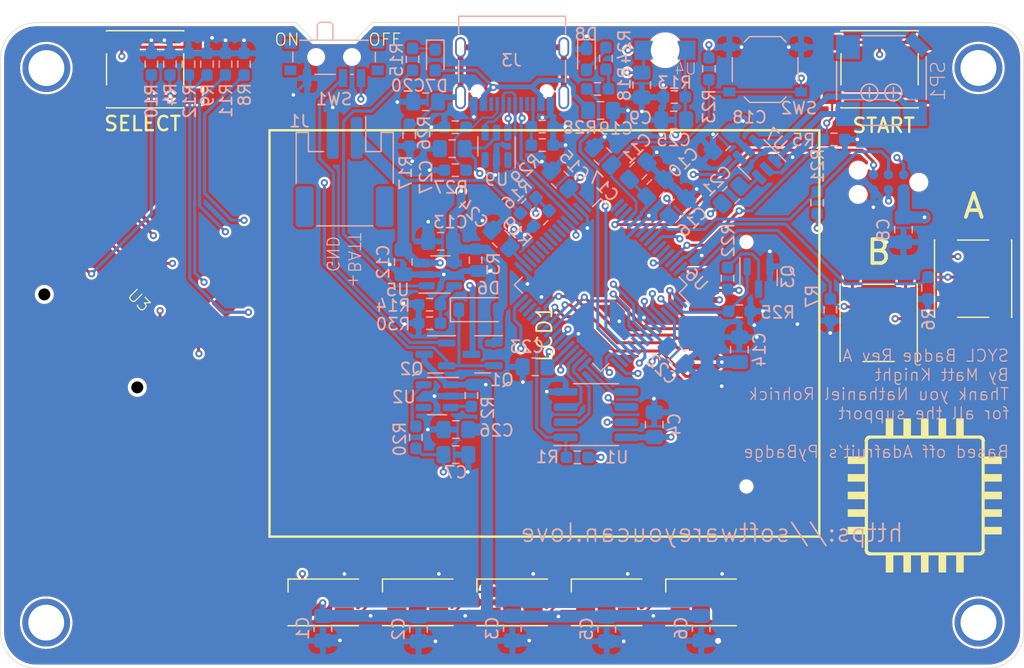
<source format=kicad_pcb>
(kicad_pcb (version 20240108) (generator "pcbnew") (generator_version "8.0")
  (layers (0 "F.Cu" signal) (1 "In1.Cu" signal) (2 "In2.Cu" signal) (31 "B.Cu" signal) (34 "B.Paste" user) (35 "F.Paste" user) (36 "B.SilkS" user "B.Silkscreen") (37 "F.SilkS" user "F.Silkscreen") (38 "B.Mask" user) (39 "F.Mask" user) (44 "Edge.Cuts" user))
  (net 0 "")
  (net 1 "GND")
  (net 2 "+3V3")
  (net 3 "VBUS")
  (net 4 "V+")
  (net 5 "/BUTTON6")
  (net 6 "/BUTTON7")
  (net 7 "/A0")
  (net 8 "/~{RESET}")
  (net 9 "Net-(U6-VDDCORE)")
  (net 12 "/BUTTON2")
  (net 13 "Net-(D1-DOUT)")
  (net 14 "Net-(D2-DOUT)")
  (net 15 "/BUTTON4")
  (net 16 "/BUTTON5")
  (net 17 "Net-(D3-DOUT)")
  (net 18 "/BUTTON0")
  (net 19 "/BUTTON1")
  (net 20 "/BUTTON3")
  (net 21 "/SPKR+")
  (net 22 "/SPKR_EN")
  (net 23 "/SPKR-")
  (net 27 "/POWER_OR")
  (net 29 "/SWDIO")
  (net 30 "/SWCLK")
  (net 31 "/LEDK")
  (net 32 "/TFT_RST")
  (net 33 "/TFT_DC")
  (net 34 "/TFT_MOSI")
  (net 35 "/TFT_SCK")
  (net 36 "/TFT_CS")
  (net 37 "/D8_NEOPIX")
  (net 38 "Net-(D7-K)")
  (net 46 "/D13")
  (net 47 "/EN")
  (net 48 "/ON{slash}OFF")
  (net 49 "/TFT_LITE")
  (net 50 "/A6_VMEAS")
  (net 51 "/A7_LIGHT")
  (net 52 "Net-(U7-IN)")
  (net 53 "+BATT")
  (net 54 "/SWO")
  (net 55 "/QSPI_CS")
  (net 56 "Net-(J3-CC1)")
  (net 57 "/QSPI_DATA[0]")
  (net 58 "/QSPI_DATA[1]")
  (net 59 "/QSPI_DATA[2]")
  (net 60 "/QSPI_DATA[3]")
  (net 61 "/QSPI_SCK")
  (net 63 "/D-")
  (net 64 "/D+")
  (net 65 "Net-(J3-CC2)")
  (net 67 "Net-(Q3-D)")
  (net 68 "Net-(D8-A)")
  (net 70 "Net-(D4-DOUT)")
  (net 75 "/BUTTON8")
  (net 76 "Net-(U5-STAT)")
  (net 77 "Net-(U5-PROG)")
  (net 80 "Net-(J3-SHIELD)")
  (net 83 "Net-(R18-Pad2)")
  (net 84 "Net-(U2-VOUT)")
  (footprint "Button_Switch_SMD:SW_Push_1P1T_NO_6x6mm_H9.5mm" (layer "F.Cu") (at 181.475 78.2833)
    (property "Reference" "START1" (hide yes))
    (property "Value" "SWITCH_TACT_SMT_6MMSMALL")
  )
  (footprint "Button_Switch_SMD:SW_Push_1P1T_NO_6x6mm_H9.5mm" (layer "F.Cu") (at 189.3 95.8 90)
    (property "Reference" "A1" (hide yes))
    (property "Value" "SWITCH_TACT_SMT_6MMSMALL" (hide yes))
  )
  (footprint "LED_SMD:LED_SK6812MINI_PLCC4_3.5x3.5mm_P1.75mm" (layer "F.Cu") (at 150.7333 122.8833 180)
    (property "Reference" "D3" (hide yes))
    (property "Value" "SK6812MINI")
  )
  (footprint "MountingHole:MountingHole_3mm_Pad" (layer "F.Cu") (at 111.7493 124.5768)
    (property "Reference" "H4" (hide yes))
    (property "Value" "MountingHole" (hide yes))
  )
  (footprint "LED_SMD:LED_SK6812MINI_PLCC4_3.5x3.5mm_P1.75mm" (layer "F.Cu") (at 166.5333 122.8833 180)
    (property "Reference" "D5" (hide yes))
    (property "Value" "SK6812MINI")
  )
  (footprint "MountingHole:MountingHole_3mm_Pad" (layer "F.Cu") (at 111.7636 78.1798)
    (property "Reference" "H1" (hide yes))
    (property "Value" "MountingHole" (hide yes))
  )
  (footprint "MountingHole:MountingHole_3mm_Pad" (layer "F.Cu") (at 189.7512 124.5736)
    (property "Reference" "H3" (hide yes))
    (property "Value" "MountingHole" (hide yes))
  )
  (footprint "Button_Switch_SMD:SW_Push_1P1T_NO_6x6mm_H9.5mm" (layer "F.Cu") (at 181.4 99.5 -90)
    (property "Reference" "B1" (hide yes))
    (property "Value" "SWITCH_TACT_SMT_6MMSMALL")
  )
  (footprint "LED_SMD:LED_SK6812MINI_PLCC4_3.5x3.5mm_P1.75mm" (layer "F.Cu") (at 134.9333 122.8833 180)
    (property "Reference" "D1" (hide yes))
    (property "Value" "SK6812MINI")
  )
  (footprint "MountingHole:MountingHole_3mm_Pad" (layer "F.Cu") (at 189.7445 78.1696)
    (property "Reference" "H2" (hide yes))
    (property "Value" "MountingHole" (hide yes))
  )
  (footprint "sycl-badge:2425755-1" (layer "F.Cu") (at 119.334746 97.15287 -45)
    (property "Reference" "U3")
    (property "Value" "~")
  )
  (footprint "LED_SMD:LED_SK6812MINI_PLCC4_3.5x3.5mm_P1.75mm" (layer "F.Cu") (at 158.6333 122.8833 180)
    (property "Reference" "D4" (hide yes))
    (property "Value" "SK6812MINI")
  )
  (footprint "Adafruit PyBadge:JD-T1800" (layer "F.Cu") (at 153.4333 100.3833 90)
    (property "Reference" "LCD1")
    (property "Value" "DISP_LCD_JDT1800" (hide yes))
  )
  (footprint "LED_SMD:LED_SK6812MINI_PLCC4_3.5x3.5mm_P1.75mm" (layer "F.Cu") (at 142.8333 122.8833 180)
    (property "Reference" "D2" (hide yes))
    (property "Value" "SK6812MINI")
  )
  (footprint "Button_Switch_SMD:SW_Push_1P1T_NO_6x6mm_H9.5mm" (layer "F.Cu") (at 120.025 78.2833)
    (property "Reference" "SELECT1" (hide yes))
    (property "Value" "SWITCH_TACT_SMT_6MMSMALL")
  )
  (footprint "SYCL Badge 2024:microzig_logo" (layer "F.Cu") (at 185.45 114.45)
    (property "Reference" "H5" (hide yes))
    (property "Value" "Logo")
  )
  (footprint "Resistor_SMD:R_0603_1608Metric_Pad0.98x0.95mm_HandSolder" (layer "B.Cu") (at 152.075 89.675 45)
    (property "Reference" "R16")
    (property "Value" "100k")
  )
  (footprint "Capacitor_SMD:C_0805_2012Metric_Pad1.18x1.45mm_HandSolder" (layer "B.Cu") (at 183.475 91.7 -90)
    (property "Reference" "C8")
    (property "Value" "1u")
  )
  (footprint "LED_SMD:LED_0603_1608Metric_Pad1.05x0.95mm_HandSolder" (layer "B.Cu") (at 156.95 77.45 -90)
    (property "Reference" "D8")
    (property "Value" "RED")
  )
  (footprint "Resistor_SMD:R_0603_1608Metric_Pad0.98x0.95mm_HandSolder" (layer "B.Cu") (at 125.2 77.85 -90)
    (property "Reference" "R9")
    (property "Value" "10k")
  )
  (footprint "Resistor_SMD:R_0603_1608Metric_Pad0.98x0.95mm_HandSolder" (layer "B.Cu") (at 185.525 96.5875 -90)
    (property "Reference" "R6")
    (property "Value" "10k")
  )
  (footprint "Resistor_SMD:R_0603_1608Metric_Pad0.98x0.95mm_HandSolder" (layer "B.Cu") (at 177.35 98.4 -90)
    (property "Reference" "R7")
    (property "Value" "10k")
  )
  (footprint "Capacitor_SMD:C_0805_2012Metric_Pad1.18x1.45mm_HandSolder" (layer "B.Cu") (at 146.025 108.425 180)
    (property "Reference" "C26")
    (property "Value" "1u")
  )
  (footprint "Package_TO_SOT_SMD:SOT-23" (layer "B.Cu") (at 171.35 95.725 -90)
    (property "Reference" "Q3")
    (property "Value" "BSS138")
  )
  (footprint "Resistor_SMD:R_0603_1608Metric_Pad0.98x0.95mm_HandSolder" (layer "B.Cu") (at 147.675 94.245 -90)
    (property "Reference" "R3")
    (property "Value" "100k")
  )
  (footprint "Adafruit PyBadge:BUZZER_SMT_7.5MM" (layer "B.Cu") (at 181.62642 79.22358 -90)
    (property "Reference" "SP1")
    (property "Value" "SPEAKER_7.5MM")
  )
  (footprint "Capacitor_SMD:C_0805_2012Metric_Pad1.18x1.45mm_HandSolder" (layer "B.Cu") (at 161.575 79.6 -90)
    (property "Reference" "C9")
    (property "Value" "1u")
  )
  (footprint "Resistor_SMD:R_0603_1608Metric_Pad0.98x0.95mm_HandSolder" (layer "B.Cu") (at 145.975 86.725)
    (property "Reference" "R27")
    (property "Value" "10k")
  )
  (footprint "Capacitor_SMD:C_0805_2012Metric_Pad1.18x1.45mm_HandSolder" (layer "B.Cu") (at 158.315 85.565 -45)
    (property "Reference" "C17")
    (property "Value" "100n")
  )
  (footprint "Resistor_SMD:R_0603_1608Metric_Pad0.98x0.95mm_HandSolder" (layer "B.Cu") (at 142.125 83.8 -90)
    (property "Reference" "R17")
    (property "Value" "100k")
  )
  (footprint "Capacitor_SMD:C_0805_2012Metric_Pad1.18x1.45mm_HandSolder" (layer "B.Cu") (at 152.65 103.175 180)
    (property "Reference" "C23")
    (property "Value" "100n")
  )
  (footprint "Capacitor_SMD:C_0805_2012Metric_Pad1.18x1.45mm_HandSolder" (layer "B.Cu") (at 161.275 86.775 45)
    (property "Reference" "C10")
    (property "Value" "4u7")
  )
  (footprint "Resistor_SMD:R_0603_1608Metric_Pad0.98x0.95mm_HandSolder" (layer "B.Cu") (at 167.195 78.235 90)
    (property "Reference" "R23")
    (property "Value" "10k")
  )
  (footprint "Resistor_SMD:R_0603_1608Metric_Pad0.98x0.95mm_HandSolder" (layer "B.Cu") (at 156.1875 110.75 180)
    (property "Reference" "R1")
    (property "Value" "100k")
  )
  (footprint "Package_TO_SOT_SMD:SOT-23-6" (layer "B.Cu") (at 171.25 85.825 135)
    (property "Reference" "U7")
    (property "Value" "PAM8301")
  )
  (footprint "Capacitor_SMD:C_0805_2012Metric_Pad1.18x1.45mm_HandSolder" (layer "B.Cu") (at 168.275 84.375 -135)
    (property "Reference" "C18")
    (property "Value" "1u")
  )
  (footprint "LED_SMD:LED_0603_1608Metric_Pad1.05x0.95mm_HandSolder" (layer "B.Cu") (at 144.3 77.5 -90)
    (property "Reference" "D7")
    (property "Value" "ORANGE")
  )
  (footprint "Capacitor_SMD:C_0805_2012Metric_Pad1.18x1.45mm_HandSolder" (layer "B.Cu") (at 145.725 84.925 180)
    (property "Reference" "C27")
    (property "Value" "1u")
  )
  (footprint "Capacitor_SMD:C_0805_2012Metric_Pad1.18x1.45mm_HandSolder" (layer "B.Cu") (at 134.9 125.05 -90)
    (property "Reference" "C1")
    (property "Value" "1u")
  )
  (footprint "Capacitor_SMD:C_0805_2012Metric_Pad1.18x1.45mm_HandSolder" (layer "B.Cu") (at 162.625 108.0125 90)
    (property "Reference" "C4")
    (property "Value" "1u")
  )
  (footprint "Resistor_SMD:R_0603_1608Metric_Pad0.98x0.95mm_HandSolder" (layer "B.Cu") (at 145.975 83.125)
    (property "Reference" "R26")
    (property "Value" "10k")
  )
  (footprint "Capacitor_SMD:C_0805_2012Metric_Pad1.18x1.45mm_HandSolder" (layer "B.Cu") (at 146.025 110.525)
    (property "Reference" "C7")
    (property "Value" "1u")
  )
  (footprint "Capacitor_SMD:C_0805_2012Metric_Pad1.18x1.45mm_HandSolder" (layer "B.Cu") (at 149.8 92.475 135)
    (property "Reference" "C24")
    (property "Value" "100n")
  )
  (footprint "Resistor_SMD:R_0603_1608Metric_Pad0.98x0.95mm_HandSolder" (layer "B.Cu") (at 168.75 95.775 -90)
    (property "Reference" "R22")
    (property "Value" "10")
  )
  (footprint "Adafruit PyBadge:ALS-PT26-21C" (layer "B.Cu") (at 163.5333 76.6833 180)
    (property "Reference" "U4")
    (property "Value" "ALS-PT21" (hide yes))
  )
  (footprint "Capacitor_SMD:C_0805_2012Metric_Pad1.18x1.45mm_HandSolder" (layer "B.Cu") (at 162.725 88.225 -135)
    (property "Reference" "C11")
    (property "Value" "100n")
  )
  (footprint "Package_TO_SOT_SMD:SOT-23" (layer "B.Cu") (at 144.3175 102.135 180)
    (property "Reference" "Q2")
    (property "Value" "Q_PMOS_DGS")
  )
  (footprint "Connector:Tag-Connect_TC2030-IDC-NL_2x03_P1.27mm_Vertical" (layer "B.Cu") (at 182.22 87.735 180)
    (property "Reference" "J2" (hide yes))
    (property "Value" "Conn_ARM_JTAG_SWD_10")
  )
  (footprint "Button_Switch_SMD:SW_SPDT_PCM12" (layer "B.Cu") (at 135.8333 77.5833)
    (property "Reference" "SW1")
    (property "Value" "SW_SPDT")
  )
  (footprint "Package_QFP:TQFP-64_10x10mm_P0.5mm" (layer "B.Cu") (at 158.147658 96.330643 135)
    (property "Reference" "U6")
    (property "Value" "ATSAMD51J19A-A")
  )
  (footprint "Capacitor_SMD:C_0805_2012Metric_Pad1.18x1.45mm_HandSolder" (layer "B.Cu") (at 150.75 125.05 -90)
    (property "Reference" "C3")
    (property "Value" "1u")
  )
  (footprint "Capacitor_SMD:C_0805_2012Metric_Pad1.18x1.45mm_HandSolder" (layer "B.Cu") (at 164.625 89.845 45)
    (property "Reference" "C16")
    (property "Value" "100n")
  )
  (footprint "Resistor_SMD:R_0603_1608Metric_Pad0.98x0.95mm_HandSolder" (layer "B.Cu") (at 177.65 84.15)
    (property "Reference" "R5")
    (property "Value" "10k")
  )
  (footprint "Package_TO_SOT_SMD:SOT-23-5" (layer "B.Cu") (at 144.7375 95.45)
    (property "Reference" "U5")
    (property "Value" "MCP73831-2-OT")
  )
  (footprint "Capacitor_SMD:C_0805_2012Metric_Pad1.18x1.45mm_HandSolder" (layer "B.Cu") (at 169.05 88.8 -135)
    (property "Reference" "C21")
    (property "Value" "1u")
  )
  (footprint "Capacitor_SMD:C_0805_2012Metric_Pad1.18x1.45mm_HandSolder" (layer "B.Cu") (at 158.125 81.725)
    (property "Reference" "C19")
    (property "Value" "1u")
  )
  (footprint "Package_TO_SOT_SMD:SOT-23" (layer "B.Cu") (at 148.265 102.1325 180)
    (property "Reference" "Q1")
    (property "Value" "Q_PMOS_DGS")
  )
  (footprint "Resistor_SMD:R_0603_1608Metric_Pad0.98x0.95mm_HandSolder" (layer "B.Cu") (at 143.825 99.525)
    (property "Reference" "R30")
    (property "Value" "10k")
  )
  (footprint "Resistor_SMD:R_0603_1608Metric_Pad0.98x0.95mm_HandSolder" (layer "B.Cu") (at 176.25 89.45 -90)
    (property "Reference" "R21")
    (property "Value" "10k")
  )
  (footprint "Resistor_SMD:R_0603_1608Metric_Pad0.98x0.95mm_HandSolder" (layer "B.Cu") (at 142.4 77.45 -90)
    (property "Reference" "R15")
    (property "Value" "1k")
  )
  (footprint "Capacitor_SMD:C_0805_2012Metric_Pad1.18x1.45mm_HandSolder" (layer "B.Cu") (at 144.75 92.675 180)
    (property "Reference" "C13")
    (property "Value" "4u7")
  )
  (footprint "Resistor_SMD:R_0603_1608Metric_Pad0.98x0.95mm_HandSolder" (layer "B.Cu") (at 157.875 79.925)
    (property "Reference" "R18")
    (property "Value" "1k")
  )
  (footprint "Button_Switch_SMD:SW_Push_1P1T_XKB_TS-1187A" (layer "B.Cu") (at 171.9 78.3 180)
    (property "Reference" "SW2")
    (property "Value" "SW_SPST")
  )
  (footprint "Package_SO:SOP-8_3.76x4.96mm_P1.27mm" (layer "B.Cu") (at 157.75 107.175)
    (property "Reference" "U1")
    (property "Value" "GD25Q16")
  )
  (footprint "Resistor_SMD:R_0603_1608Metric_Pad0.98x0.95mm_HandSolder" (layer "B.Cu") (at 153.25 83.075 180)
    (property "Reference" "R28")
    (property "Value" "10k")
  )
  (footprint "Resistor_SMD:R_0603_1608Metric_Pad0.98x0.95mm_HandSolder" (layer "B.Cu") (at 153.25 84.625 180)
    (property "Reference" "R29")
    (property "Value" "10k")
  )
  (footprint "Resistor_SMD:R_0603_1608Metric_Pad0.98x0.95mm_HandSolder" (layer "B.Cu") (at 122.1 77.85 90)
    (property "Reference" "R4")
    (property "Value" "10k")
  )
  (footprint "Capacitor_SMD:C_0805_2012Metric_Pad1.18x1.45mm_HandSolder" (layer "B.Cu") (at 141.625 94.4 -90)
    (property "Reference" "C12")
    (property "Value" "4u7")
  )
  (footprint "Capacitor_SMD:C_0805_2012Metric_Pad1.18x1.45mm_HandSolder" (layer "B.Cu") (at 142.9 125.1 -90)
    (property "Reference" "C2")
    (property "Value" "1u")
  )
  (footprint "Capacitor_SMD:C_0805_2012Metric_Pad1.18x1.45mm_HandSolder" (layer "B.Cu") (at 164.25 82.525)
    (property "Reference" "C25")
    (property "Value" "100n")
  )
  (footprint "Capacitor_SMD:C_0805_2012Metric_Pad1.18x1.45mm_HandSolder" (layer "B.Cu") (at 164.45 102.2 -45)
    (property "Reference" "C22")
    (property "Value" "100n")
  )
  (footprint "Resistor_SMD:R_0603_1608Metric_Pad0.98x0.95mm_HandSolder" (layer "B.Cu") (at 123.65 77.85 -90)
    (property "Reference" "R12")
    (property "Value" "10k")
  )
  (footprint "Connector_JST:JST_PH_S2B-PH-SM4-TB_1x02-1MP_P2.00mm_Horizontal" (layer "B.Cu") (at 136.725 86.875 180)
    (property "Reference" "J1")
    (property "Value" "Conn_01x02")
  )
  (footprint "Resistor_SMD:R_0603_1608Metric_Pad0.98x0.95mm_HandSolder" (layer "B.Cu") (at 158.575 77.375 90)
    (property "Reference" "R24")
    (property "Value" "1k")
  )
  (footprint "Resistor_SMD:R_0603_1608Metric_Pad0.98x0.95mm_HandSolder" (layer "B.Cu") (at 128.3 77.85 -90)
    (property "Reference" "R8")
    (property "Value" "10k")
  )
  (footprint "Package_TO_SOT_SMD:SOT-23-6" (layer "B.Cu") (at 149.425 84.725 90)
    (property "Reference" "U9")
    (property "Value" "USBLC6-2SC6")
  )
  (footprint "Resistor_SMD:R_0603_1608Metric_Pad0.98x0.95mm_HandSolder" (layer "B.Cu") (at 126.75 77.85 -90)
    (property "Reference" "R11")
    (property "Value" "10k")
  )
  (footprint "Resistor_SMD:R_0603_1608Metric_Pad0.98x0.95mm_HandSolder" (layer "B.Cu") (at 142.675 109.075 90)
    (property "Reference" "R20")
    (property "Value" "0r")
  )
  (footprint "Capacitor_SMD:C_0805_2012Metric_Pad1.18x1.45mm_HandSolder" (layer "B.Cu") (at 154.75 87.525 135)
    (property "Reference" "C15")
    (property "Value" "100n")
  )
  (footprint "Capacitor_SMD:C_0805_2012Metric_Pad1.18x1.45mm_HandSolder" (layer "B.Cu") (at 158.65 125.1 -90)
    (property "Reference" "C5")
    (property "Value" "1u")
  )
  (footprint "Capacitor_SMD:C_0805_2012Metric_Pad1.18x1.45mm_HandSolder" (layer "B.Cu") (at 143.5 81 180)
    (property "Reference" "C20")
    (property "Value" "1u")
  )
  (footprint "Capacitor_SMD:C_0805_2012Metric_Pad1.18x1.45mm_HandSolder" (layer "B.Cu") (at 166.55 125.05 -90)
    (property "Reference" "C6")
    (property "Value" "1u")
  )
  (footprint "Resistor_SMD:R_0603_1608Metric_Pad0.98x0.95mm_HandSolder" (layer "B.Cu") (at 147.325 105.575 -90)
    (property "Reference" "R2")
    (property "Value" "100k")
  )
  (footprint "Resistor_SMD:R_0603_1608Metric_Pad0.98x0.95mm_HandSolder" (layer "B.Cu") (at 143.825 97.975)
    (property "Reference" "R14")
    (property "Value" "10k")
  )
  (footprint "Connector_USB:USB_C_Receptacle_Palconn_UTC16-G" (layer "B.Cu") (at 150.7333 78.6833)
    (property "Reference" "J3")
    (property "Value" "USB_C_Receptacle_USB2.0" (hide yes))
  )
  (footprint "Capacitor_SMD:C_0805_2012Metric_Pad1.18x1.45mm_HandSolder" (layer "B.Cu") (at 169.745 101.735 90)
    (property "Reference" "C14")
    (property "Value" "1u")
  )
  (footprint "Resistor_SMD:R_0603_1608Metric_Pad0.98x0.95mm_HandSolder" (layer "B.Cu") (at 164.3 80.6)
    (property "Reference" "R13")
    (property "Value" "10k")
  )
  (footprint "Resistor_SMD:R_0603_1608Metric_Pad0.98x0.95mm_HandSolder" (layer "B.Cu") (at 120.55 77.85 -90)
    (property "Reference" "R10")
    (property "Value" "10k")
  )
  (footprint "Resistor_SMD:R_0603_1608Metric_Pad0.98x0.95mm_HandSolder" (layer "B.Cu") (at 153.175 90.75 -135)
    (property "Reference" "R19")
    (property "Value" "100k")
  )
  (footprint "Resistor_SMD:R_0603_1608Metric_Pad0.98x0.95mm_HandSolder" (layer "B.Cu") (at 169.75 98.525)
    (property "Reference" "R25")
    (property "Value" "100k")
  )
  (footprint "Diode_SMD:D_SOD-123" (layer "B.Cu") (at 147.925 98.395)
    (property "Reference" "D6")
    (property "Value" "MBR0540")
  )
  (footprint "Package_TO_SOT_SMD:SOT-23-5" (layer "B.Cu") (at 144.455 105.625 180)
    (property "Reference" "U2")
    (property "Value" "AP2112K-3.3")
  )
  (gr_arc (start 107.9333 77.3833) (mid 108.81198 75.26198) (end 110.9333 74.3833) (stroke (width 0.05)) (layer "Edge.Cuts"))
  (gr_line (start 134.1333 75.8833) (end 137.5333 75.8833) (stroke (width 0.05)) (layer "Edge.Cuts"))
  (gr_line (start 132.6333 74.3833) (end 134.1333 75.8833) (stroke (width 0.05)) (layer "Edge.Cuts"))
  (gr_line (start 139.0333 74.3833) (end 190.5333 74.3833) (stroke (width 0.05)) (layer "Edge.Cuts"))
  (gr_line (start 139.0333 74.3833) (end 137.5333 75.8833) (stroke (width 0.05)) (layer "Edge.Cuts"))
  (gr_arc (start 190.5333 74.3833) (mid 192.65462 75.26198) (end 193.5333 77.3833) (stroke (width 0.05)) (layer "Edge.Cuts"))
  (gr_line (start 107.9333 125.3833) (end 107.9333 77.3833) (stroke (width 0.05)) (layer "Edge.Cuts"))
  (gr_line (start 190.5333 128.3833) (end 110.9333 128.3833) (stroke (width 0.05)) (layer "Edge.Cuts"))
  (gr_arc (start 110.9333 128.3833) (mid 108.81198 127.50462) (end 107.9333 125.3833) (stroke (width 0.05)) (layer "Edge.Cuts"))
  (gr_line (start 193.5333 77.3833) (end 193.5333 125.3833) (stroke (width 0.05)) (layer "Edge.Cuts"))
  (gr_arc (start 193.5333 125.3833) (mid 192.65462 127.50462) (end 190.5333 128.3833) (stroke (width 0.05)) (layer "Edge.Cuts"))
  (gr_line (start 110.9333 74.3833) (end 132.6333 74.3833) (stroke (width 0.05)) (layer "Edge.Cuts"))
  (gr_text "+BATT" (at 136.925 96.625 -90) (layer "B.SilkS") (effects (font (size 1 1) (thickness 0.1)) (justify left bottom mirror)))
  (gr_text "SYCL Badge Rev A\nBy Matt Knight\nThank you Nathaniel Rohrick\nfor all the support\n\nBased off Adafruit's PyBadge\n" (at 192.375 110.875 0) (layer "B.SilkS") (effects (font (size 1 1) (thickness 0.1)) (justify left bottom mirror)))
  (gr_text "GND" (at 135.125 95.325 -90) (layer "B.SilkS") (effects (font (size 1 1) (thickness 0.1)) (justify left bottom mirror)))
  (gr_text "https://softwareyoucan.love" (at 183.575 117.95 0) (layer "B.SilkS") (effects (font (size 1.5 1.5)) (justify left bottom mirror)))
  (gr_text "SELECT" (at 116.4833 83.5333 0) (layer "F.SilkS") (effects (font (size 1.2 1.2) (thickness 0.2) (bold yes)) (justify left bottom)))
  (gr_text "A" (at 188.3 90.9 0) (layer "F.SilkS") (effects (font (size 2 2) (thickness 0.3)) (justify left bottom)))
  (gr_text "START" (at 179.0833 83.6833 0) (layer "F.SilkS") (effects (font (size 1.2 1.2) (thickness 0.2) (bold yes)) (justify left bottom)))
  (gr_text "ON" (at 130.7833 76.3833 0) (layer "F.SilkS") (effects (font (size 1 1) (thickness 0.1)) (justify left bottom)))
  (gr_text "OFF" (at 138.6333 76.3833 0) (layer "F.SilkS") (effects (font (size 1 1) (thickness 0.1)) (justify left bottom)))
  (gr_text "B" (at 180.2 94.75 0) (layer "F.SilkS") (effects (font (size 2 2) (thickness 0.3)) (justify left bottom)))
  (segment (start 168.2533 104.7833) (end 168.265 104.795) (width 0.5) (layer "F.Cu") (net 1))
  (segment (start 166.5333 104.7833) (end 168.2533 104.7833) (width 0.5) (layer "F.Cu") (net 1))
  (segment (start 168.2833 120.5167) (end 168.3 120.5) (width 0.5) (layer "F.Cu") (net 1))
  (segment (start 166.5333 95.9833) (end 165.1769 95.9833) (width 0.5) (layer "F.Cu") (net 1))
  (segment (start 152.4833 120.5167) (end 152.5 120.5) (width 0.5) (layer "F.Cu") (net 1))
  (segment (start 152.4833 122.0083) (end 152.4833 120.5167) (width 0.5) (layer "F.Cu") (net 1))
  (segment (start 166.5333 98.3833) (end 167.838826 98.3833) (width 0.5) (layer "F.Cu") (net 1))
  (segment (start 144.5833 120.5167) (end 144.6 120.5) (width 0.5) (layer "F.Cu") (net 1))
  (segment (start 170.3195 100.3605) (end 170.995 99.685) (width 0.5) (layer "F.Cu") (net 1))
  (segment (start 168.8086 99.829544) (end 169.339556 100.3605) (width 0.5) (layer "F.Cu") (net 1))
  (segment (start 167.838826 98.3833) (end 168.8086 99.353074) (width 0.5) (layer "F.Cu") (net 1))
  (segment (start 160.3833 122.0083) (end 160.3833 120.5167) (width 0.5) (layer "F.Cu") (net 1))
  (segment (start 165.1769 95.9833) (end 165.075 95.8814) (width 0.5) (layer "F.Cu") (net 1))
  (segment (start 168.8086 99.353074) (end 168.8086 99.829544) (width 0.5) (layer "F.Cu") (net 1))
  (segment (start 136.6833 122.0083) (end 136.6833 120.5167) (width 0.5) (layer "F.Cu") (net 1))
  (segment (start 169.339556 100.3605) (end 170.3195 100.3605) (width 0.5) (layer "F.Cu") (net 1))
  (segment (start 144.5833 122.0083) (end 144.5833 120.5167) (width 0.5) (layer "F.Cu") (net 1))
  (segment (start 160.3833 120.5167) (end 160.4 120.5) (width 0.5) (layer "F.Cu") (net 1))
  (segment (start 165.075 95.8814) (end 165.075 94.4852) (width 0.5) (layer "F.Cu") (net 1))
  (segment (start 136.6833 120.5167) (end 136.7 120.5) (width 0.5) (layer "F.Cu") (net 1))
  (segment (start 168.2833 122.0083) (end 168.2833 120.5167) (width 0.5) (layer "F.Cu") (net 1))
  (segment (start 165.6952 93.865) (end 166.595 93.865) (width 0.5) (layer "F.Cu") (net 1))
  (segment (start 165.075 94.4852) (end 165.6952 93.865) (width 0.5) (layer "F.Cu") (net 1))
  (via (at 142.375 85.975) (size 0.6) (drill 0.3) (layers "F.Cu" "B.Cu") (net 1))
  (via (at 153.625 105.25) (size 0.6) (drill 0.3) (layers "F.Cu" "B.Cu") (net 1))
  (via (at 148.245 90.935) (size 0.6) (drill 0.3) (layers "F.Cu" "B.Cu") (net 1))
  (via (at 148.8775 95.1575) (size 0.6) (drill 0.3) (layers "F.Cu" "B.Cu") (net 1))
  (via (at 164.275 86.675) (size 0.6) (drill 0.3) (layers "F.Cu" "B.Cu") (net 1))
  (via (at 162.6 105.8375) (size 0.6) (drill 0.3) (layers "F.Cu" "B.Cu") (net 1))
  (via (at 171.205 100.695) (size 0.6) (drill 0.3) (layers "F.Cu" "B.Cu") (net 1))
  (via (at 128.3 75.85) (size 0.6) (drill 0.3) (layers "F.Cu" "B.Cu") (net 1))
  (via (at 120.55 75.85) (size 0.6) (drill 0.3) (layers "F.Cu" "B.Cu") (net 1))
  (via (at 140.495 94.615) (size 0.6) (drill 0.3) (layers "F.Cu" "B.Cu") (net 1))
  (via (at 177.345 100.345) (size 0.6) (drill 0.3) (layers "F.Cu" "B.Cu") (net 1))
  (via (at 171.705 98.505) (size 0.6) (drill 0.3) (layers "F.Cu" "B.Cu") (net 1))
  (via (at 121.630598 75.85) (size 0.6) (drill 0.3) (layers "F.Cu" "B.Cu") (net 1))
  (via (at 161.75354 99.05646) (size 0.6) (drill 0.3) (layers "F.Cu" "B.Cu") (net 1))
  (via (at 173.875 76.425) (size 0.6) (drill 0.3) (layers "F.Cu" "B.Cu") (net 1))
  (via (at 144.235 105.625) (size 0.6) (drill 0.3) (layers "F.Cu" "B.Cu") (net 1))
  (via (at 136.7 120.5) (size 0.6) (drill 0.3) (layers "F.Cu" "B.Cu") (net 1))
  (via (at 143.675 108.425) (size 0.6) (drill 0.3) (layers "F.Cu" "B.Cu") (net 1))
  (via (at 143.975 83.125) (size 0.6) (drill 0.3) (layers "F.Cu" "B.Cu") (net 1))
  (via (at 147.535 82.265) (size 0.6) (drill 0.3) (layers "F.Cu" "B.Cu") (net 1))
  (via (at 166.595 93.865) (size 0.6) (drill 0.3) (layers "F.Cu" "B.Cu") (net 1))
  (via (at 153.265 82.315) (size 0.6) (drill 0.3) (layers "F.Cu" "B.Cu") (net 1))
  (via (at 160.4 120.5) (size 0.6) (drill 0.3) (layers "F.Cu" "B.Cu") (net 1))
  (via (at 149.325 87.125) (size 0.6) (drill 0.3) (layers "F.Cu" "B.Cu") (net 1))
  (via (at 126.75 75.85) (size 0.6) (drill 0.3) (layers "F.Cu" "B.Cu") (net 1))
  (via (at 163.375 79.6) (size 0.6) (drill 0.3) (layers "F.Cu" "B.Cu") (net 1))
  (via (at 162.825 85.225) (size 0.6) (drill 0.3) (layers "F.Cu" "B.Cu") (net 1))
  (via (at 168.265 104.795) (size 0.6) (drill 0.3) (layers "F.Cu" "B.Cu") (net 1))
  (via (at 158.475 83.945) (size 0.6) (drill 0.3) (layers "F.Cu" "B.Cu") (net 1))
  (via (at 168.3 120.5) (size 0.6) (drill 0.3) (layers "F.Cu" "B.Cu") (net 1))
  (via (at 160.425 81.725) (size 0.6) (drill 0.3) (layers "F.Cu" "B.Cu") (net 1))
  (via (at 174.6 99.6) (size 0.6) (drill 0.3) (layers "F.Cu" "B.Cu") (net 1))
  (via (at 141.725 99.6095) (size 0.6) (drill 0.3) (layers "F.Cu" "B.Cu") (net 1))
  (via (at 155.175 83.075) (size 0.6) (drill 0.3) (layers "F.Cu" "B.Cu") (net 1))
  (via (at 151.8 92.125) (size 0.6) (drill 0.3) (layers "F.Cu" "B.Cu") (net 1))
  (via (at 157.025 91.565) (size 0.6) (drill 0.3) (layers "F.Cu" "B.Cu") (net 1))
  (via (at 152.165 126.075) (size 0.6) (drill 0.3) (layers "F.Cu" "B.Cu") (net 1))
  (via (at 174.195 85.635) (size 0.6) (drill 0.3) (layers "F.Cu" "B.Cu") (net 1))
  (via (at 169.925 76.425) (size 0.6) (drill 0.3) (layers "F.Cu" "B.Cu") (net 1))
  (via (at 143.825 86.725) (size 0.6) (drill 0.3) (layers "F.Cu" "B.Cu") (net 1))
  (via (at 162.175 90.525) (size 0.6) (drill 0.3) (layers "F.Cu" "B.Cu") (net 1))
  (via (at 172.295 93.515) (size 0.6) (drill 0.3) (layers "F.Cu" "B.Cu") (net 1))
  (via (at 144.6 120.5) (size 0.6) (drill 0.3) (layers "F.Cu" "B.Cu") (net 1))
  (via (at 185.535 98.515) (size 0.6) (drill 0.3) (layers "F.Cu" "B.Cu") (net 1))
  (via (at 147.025 111.975) (size 0.6) (drill 0.3) (layers "F.Cu" "B.Cu") (net 1))
  (via (at 179.615 84.145) (size 0.6) (drill 0.3) (layers "F.Cu" "B.Cu") (net 1))
  (via (at 170.995 99.685) (size 0.6) (drill 0.3) (layers "F.Cu" "B.Cu") (net 1))
  (via (at 143.715 91.035) (size 0.6) (drill 0.3) (layers "F.Cu" "B.Cu") (net 1))
  (via (at 155.2 84.625) (size 0.6) (drill 0.3) (layers "F.Cu" "B.Cu") (net 1))
  (via (at 156.279766 100.410234) (size 0.6) (drill 0.3) (layers "F.Cu" "B.Cu") (net 1))
  (via (at 135.725 81.475) (size 0.6) (drill 0.3) (layers "F.Cu" "B.Cu") (net 1))
  (via (at 156.95 75.525) (size 0.6) (drill 0.3) (layers "F.Cu" "B.Cu") (net 1))
  (via (at 163.2 83.775) (size 0.6) (drill 0.3) (layers "F.Cu" "B.Cu") (net 1))
  (via (at 152.5 120.5) (size 0.6) (drill 0.3) (layers "F.Cu" "B.Cu") (net 1))
  (via (at 167.55 83.725) (size 0.6) (drill 0.3) (layers "F.Cu" "B.Cu") (net 1))
  (via (at 145.015 95.445) (size 0.6) (drill 0.3) (layers "F.Cu" "B.Cu") (net 1))
  (via (at 152.015 96.245) (size 0.6) (drill 0.3) (layers "F.Cu" "B.Cu") (net 1))
  (via (at 161.575 81.8) (size 0.6) (drill 0.3) (layers "F.Cu" "B.Cu") (net 1))
  (via (at 182.0625 92.7375) (size 0.6) (drill 0.3) (layers "F.Cu" "B.Cu") (net 1))
  (via (at 153.185 97.335) (size 0.6) (drill 0.3) (layers "F.Cu" "B.Cu") (net 1))
  (via (at 136.325 126.065) (size 0.6) (drill 0.3) (layers "F.Cu" "B.Cu") (net 1))
  (via (at 167.965 126.105) (size 0.9064) (drill 0.5) (layers "F.Cu" "B.Cu") (net 1))
  (via (at 160.065 126.145) (size 0.6) (drill 0.3) (layers "F.Cu" "B.Cu") (net 1))
  (via (at 153.225 86) (size 0.6) (drill 0.3) (layers "F.Cu" "B.Cu") (net 1))
  (via (at 166.175 88.295) (size 0.6) (drill 0.3) (layers "F.Cu" "B.Cu") (net 1))
  (via (at 159.695 99.365) (size 0.6) (drill 0.3) (layers "F.Cu" "B.Cu") (net 1))
  (via (at 141.125 81.025) (size 0.6) (drill 0.3) (layers "F.Cu" "B.Cu") (net 1))
  (via (at 151.625 104.45) (size 0.6) (drill 0.3) (layers "F.Cu" "B.Cu") (net 1))
  (via (at 144.315 126.145) (size 0.6) (drill 0.3) (layers "F.Cu" "B.Cu") (net 1))
  (via (at 125.625 75.65) (size 0.6) (drill 0.3) (layers "F.Cu" "B.Cu") (net 1))
  (via (at 132.425 80.425) (size 0.6) (drill 0.3) (layers "F.Cu" "B.Cu") (net 1))
  (via (at 141.645 97.8473) (size 0.6) (drill 0.3) (layers "F.Cu" "B.Cu") (net 1))
  (via (at 164.265 103.865) (size 0.6) (drill 0.3) (layers "F.Cu" "B.Cu") (net 1))
  (via (at 180.95 89.825) (size 0.6) (drill 0.3) (layers "F.Cu" "B.Cu") (net 1))
  (segment (start 167.541377 85.108623) (end 167.541377 83.733623) (width 0.5) (layer "B.Cu") (net 1))
  (segment (start 174.9 76.425) (end 173.875 76.425) (width 0.25) (layer "B.Cu") (net 1))
  (segment (start 178.5625 84.15) (end 179.61 84.15) (width 0.25) (layer "B.Cu") (net 1))
  (segment (start 150.7625 126.075) (end 150.75 126.0875) (width 1) (layer "B.Cu") (net 1))
  (segment (start 173.180487 86.904241) (end 174.195 85.889728) (width 0.25) (layer "B.Cu") (net 1))
  (segment (start 122.1 76.9375) (end 122.1 76.319402) (width 0.25) (layer "B.Cu") (net 1))
  (segment (start 147.0625 110.525) (end 147.0625 111.9375) (width 0.25) (layer "B.Cu") (net 1))
  (segment (start 161.75354 99.05646) (end 161.934135 99.05646) (width 0.25) (layer "B.Cu") (net 1))
  (segment (start 152.015 96.245) (end 152.063153 96.196847) (width 0.25) (layer "B.Cu") (net 1))
  (segment (start 147.0625 111.9375) (end 147.025 111.975) (width 0.25) (layer "B.Cu") (net 1))
  (segment (start 148.8775 95.1575) (end 147.675 95.1575) (width 1) (layer "B.Cu") (net 1))
  (segment (start 161.575 80.6375) (end 161.575 81.8) (width 0.25) (layer "B.Cu") (net 1))
  (segment (start 125.2 76.9375) (end 125.2 76.075) (width 0.25) (layer "B.Cu") (net 1))
  (segment (start 167.541377 83.733623) (end 167.55 83.725) (width 0.5) (layer "B.Cu") (net 1))
  (segment (start 171.2025 100.6975) (end 171.205 100.695) (width 0.5) (layer "B.Cu") (net 1))
  (segment (start 122.1 76.319402) (end 121.630598 75.85) (width 0.25) (layer "B.Cu") (net 1))
  (segment (start 151.6125 103.175) (end 151.6125 104.4375) (width 0.25) (layer "B.Cu") (net 1))
  (segment (start 175.7375 98.4625) (end 174.6 99.6) (width 0.16) (layer "B.Cu") (net 1))
  (segment (start 141.625 95.4375) (end 141.3175 95.4375) (width 0.5) (layer "B.Cu") (net 1))
  (segment (start 153.6416 82.315) (end 153.265 82.315) (width 0.25) (layer "B.Cu") (net 1))
  (segment (start 175.75 98.4625) (end 175.7375 98.4625) (width 0.16) (layer "B.Cu") (net 1))
  (segment (start 163.2125 82.525) (end 163.2125 83.7625) (width 0.25) (layer "B.Cu") (net 1))
  (segment (start 165.183623 102.946377) (end 164.265 103.865) (width 0.25) (layer "B.Cu") (net 1))
  (segment (start 166.5675 126.105) (end 166.55 126.0875) (width 1) (layer "B.Cu") (net 1))
  (segment (start 141.15 81) (end 141.125 81.025) (width 0.25) (layer "B.Cu") (net 1))
  (segment (start 135.725 84.025) (end 135.725 81.475) (width 1) (layer "B.Cu") (net 1))
  (segment (start 156.95 76.575) (end 156.95 75.525) (width 0.16) (layer "B.Cu") (net 1))
  (segment (start 143.715 92.6725) (end 143.7125 92.675) (width 1) (layer "B.Cu") (net 1))
  (segment (start 163.458623 87.491377) (end 164.275 86.675) (width 0.25) (layer "B.Cu") (net 1))
  (segment (start 144.315 126.145) (end 142.9075 126.145) (width 1) (layer "B.Cu") (net 1))
  (segment (start 162.008623 86.041377) (end 162.825 85.225) (width 0.25) (layer "B.Cu") (net 1))
  (segment (start 149.051377 91.741377) (end 148.245 90.935) (width 0.25) (layer "B.Cu") (net 1))
  (segment (start 152.063153 95.549439) (end 151.492015 94.978301) (width 0.25) (layer "B.Cu") (net 1))
  (segment (start 141.3175 95.4375) (end 140.495 94.615) (width 0.5) (layer "B.Cu") (net 1))
  (segment (start 160.065 126.145) (end 158.6575 126.145) (width 1) (layer "B.Cu") (net 1))
  (segment (start 153.9333 82.0233) (end 153.6416 82.315) (width 0.25) (layer "B.Cu") (net 1))
  (segment (start 177.35 100.34) (end 177.345 100.345) (width 0.16) (layer "B.Cu") (net 1))
  (segment (start 157.588623 84.831377) (end 158.475 83.945) (width 0.2) (layer "B.Cu") (net 1))
  (segment (start 156.95 76.575) (end 156.8183 76.4433) (width 0.16) (layer "B.Cu") (net 1))
  (segment (start 170.6625 98.525) (end 171.685 98.525) (width 0.25) (layer "B.Cu") (net 1))
  (segment (start 169.745 100.6975) (end 171.2025 100.6975) (width 0.5) (layer "B.Cu") (net 1))
  (segment (start 159.1625 81.725) (end 160.425 81.725) (width 0.25) (layer "B.Cu") (net 1))
  (segment (start 165.358623 89.111377) (end 166.175 88.295) (width 0.25) (layer "B.Cu") (net 1))
  (segment (start 176.5 98.4625) (end 177.35 99.3125) (width 0.16) (layer "B.Cu") (net 1))
  (segment (start 155.027549 101.218519) (end 155.717868 100.5282) (width 0.25) (layer "B.Cu") (net 1))
  (segment (start 162.625 106.975) (end 162.625 105.8625) (width 0.5) (layer "B.Cu") (net 1))
  (segment (start 153.9333 82.8458) (end 154.1625 83.075) (width 0.25) (layer "B.Cu") (net 1))
  (segment (start 179.61 84.15) (end 179.615 84.145) (width 0.25) (layer "B.Cu") (net 1))
  (segment (start 134.9225 126.065) (end 134.9 126.0875) (width 1) (layer "B.Cu") (net 1))
  (segment (start 155.1925 105.25) (end 155.2125 105.27) (width 0.5) (layer "B.Cu") (net 1))
  (segment (start 149.425 87.025) (end 149.325 87.125) (width 0.16) (layer "B.Cu") (net 1))
  (segment (start 147.5333 82.2633) (end 147.535 82.265) (width 0.25) (layer "B.Cu") (net 1))
  (segment (start 174.195 85.889728) (end 174.195 85.635) (width 0.25) (layer "B.Cu") (net 1))
  (segment (start 161.8875 80.6) (end 161.75 80.4625) (width 0.16) (layer "B.Cu") (net 1))
  (segment (start 128.3 76.9375) (end 128.3 75.85) (width 0.25) (layer "B.Cu") (net 1))
  (segment (start 156.441763 90.028554) (end 157.025 90.611791) (width 0.25) (layer "B.Cu") (net 1))
  (segment (start 144.9875 108.425) (end 143.675 108.425) (width 0.5) (layer "B.Cu") (net 1))
  (segment (start 144.5625 83.125) (end 143.975 83.125) (width 0.16) (layer "B.Cu") (net 1))
  (segment (start 145.5925 105.625) (end 144.235 105.625) (width 0.5) (layer "B.Cu") (net 1))
  (segment (start 133.5833 79.0133) (end 133.5833 79.2667) (width 0.25) (layer "B.Cu") (net 1))
  (segment (start 154.1625 83.075) (end 155.175 83.075) (width 0.25) (layer "B.Cu") (net 1))
  (segment (start 154.35 83.0875) (end 154.3458 83.0833) (width 0.16) (layer "B.Cu") (net 1))
  (segment (start 156.1618 100.5282) (end 156.279766 100.410234) (width 0.25) (layer "B.Cu") (net 1))
  (segment (start 142.4625 81) (end 141.15 81) (width 0.25) (layer "B.Cu") (net 1))
  (segment (start 143.605 95.445) (end 143.6 95.45) (width 0.5) (layer "B.Cu") (net 1))
  (segment (start 155.717868 100.5282) (end 156.1618 100.5282) (width 0.25) (layer "B.Cu") (net 1))
  (segment (start 141.645 97.8473) (end 142.7948 97.8473) (width 0.5) (layer "B.Cu") (net 1))
  (segment (start 126.75 76.9375) (end 126.75 75.85) (width 0.25) (layer "B.Cu") (net 1))
  (segment (start 143.715 91.035) (end 143.715 92.6725) (width 1) (layer "B.Cu") (net 1))
  (segment (start 154.016377 86.791377) (end 153.225 86) (width 0.25) (layer "B.Cu") (net 1))
  (segment (start 145.0625 86.725) (end 143.825 86.725) (width 0.25) (layer "B.Cu") (net 1))
  (segment (start 172.054334 86.629334) (end 172.329241 86.904241) (width 0.25) (layer "B.Cu") (net 1))
  (segment (start 163.3875 80.6) (end 163.3875 79.6125) (width 0.25) (layer "B.Cu") (net 1))
  (segment (start 180.95 88.37) (end 180.95 89.825) (width 0.5) (layer "B.Cu") (net 1))
  (segment (start 171.685 98.525) (end 171.705 98.505) (width 0.25) (layer "B.Cu") (net 1))
  (segment (start 142.9075 126.145) (end 142.9 126.1375) (width 1) (layer "B.Cu") (net 1))
  (segment (start 142.375 84.7375) (end 142.375 85.975) (width 0.25) (layer "B.Cu") (net 1))
  (segment (start 177.35 99.3125) (end 177.35 100.34) (width 0.16) (layer "B.Cu") (net 1))
  (segment (start 172.329241 86.904241) (end 173.180487 86.904241) (width 0.25) (layer "B.Cu") (net 1))
  (segment (start 185.525 97.5) (end 185.525 98.505) (width 0.25) (layer "B.Cu") (net 1))
  (segment (start 142.9125 99.525) (end 141.8095 99.525) (width 0.25) (layer "B.Cu") (net 1))
  (segment (start 151.6125 104.4375) (end 151.625 104.45) (width 0.25) (layer "B.Cu") (net 1))
  (segment (start 149.425 85.8625) (end 149.425 87.025) (width 0.16) (layer "B.Cu") (net 1))
  (segment (start 152.165 126.075) (end 150.7625 126.075) (width 1) (layer "B.Cu") (net 1))
  (segment (start 133.5833 79.2667) (end 132.425 80.425) (width 0.25) (layer "B.Cu") (net 1))
  (segment (start 157.025 90.611791) (end 157.025 91.565) (width 0.25) (layer "B.Cu") (net 1))
  (segment (start 143.5875 95.4375) (end 143.6 95.45) (width 0.5) (layer "B.Cu") (net 1))
  (segment (start 147.5333 81.1933) (end 147.5333 82.2633) (width 0.25) (layer "B.Cu") (net 1))
  (segment (start 153.9333 81.1933) (end 153.9333 82.0233) (width 0.25) (layer "B.Cu") (net 1))
  (segment (start 125.2 76.075) (end 125.625 75.65) (width 0.25) (layer "B.Cu") (net 1))
  (segment (start 163.3875 79.6125) (end 163.375 79.6) (width 0.25) (layer "B.Cu") (net 1))
  (segment (start 136.325 126.065) (end 134.9225 126.065) (width 1) (layer "B.Cu") (net 1))
  (segment (start 167.965 126.105) (end 166.5675 126.105) (width 1) (layer "B.Cu") (net 1))
  (segment (start 162.625 105.8625) (end 162.6 105.8375) (width 0.5) (layer "B.Cu") (net 1))
  (segment (start 163.2125 83.7625) (end 163.2 83.775) (width 0.25) (layer "B.Cu") (net 1))
  (segment (start 175.75 98.4625) (end 176.5 98.4625) (width 0.16) (layer "B.Cu") (net 1))
  (segment (start 182.0625 92.7375) (end 183.475 92.7375) (width 1) (layer "B.Cu") (net 1))
  (segment (start 172.3 94.7875) (end 172.3 93.52) (width 0.25) (layer "B.Cu") (net 1))
  (segment (start 157.581377 84.831377) (end 157.588623 84.831377) (width 0.2) (layer "B.Cu") (net 1))
  (segment (start 161.934135 99.05646) (end 162.68198 99.804305) (width 0.25) (layer "B.Cu") (net 1))
  (segment (start 158.6575 126.145) (end 158.65 126.1375) (width 1) (layer "B.Cu") (net 1))
  (segment (start 154.1625 84.625) (end 155.2 84.625) (width 0.25) (layer "B.Cu") (net 1))
  (segment (start 120.55 76.9375) (end 120.55 75.85) (width 0.25) (layer "B.Cu") (net 1))
  (segment (start 142.7948 97.8473) (end 142.9025 97.955) (width 0.5) (layer "B.Cu") (net 1))
  (segment (start 161.267767 91.442767) (end 161.267767 91.432233) (width 0.25) (layer "B.Cu") (net 1))
  (segment (start 161.267767 91.432233) (end 162.175 90.525) (width 0.25) (layer "B.Cu") (net 1))
  (segment (start 149.066377 91.741377) (end 149.051377 91.741377) (width 0.25) (layer "B.Cu") (net 1))
  (segment (start 141.8095 99.525) (end 141.725 99.6095) (width 0.25) (layer "B.Cu") (net 1))
  (segment (start 145.015 95.445) (end 143.605 95.445) (width 0.5) (layer "B.Cu") (net 1))
  (segment (start 123.65 76.9375) (end 125.2 76.9375) (width 0.25) (layer "B.Cu") (net 1))
  (segment (start 152.529765 91.395235) (end 151.8 92.125) (width 0.25) (layer "B.Cu") (net 1))
  (segment (start 165.183623 102.933623) (end 165.183623 102.946377) (width 0.25) (layer "B.Cu") (net 1))
  (segment (start 152.063153 96.196847) (end 152.063153 95.549439) (width 0.25) (layer "B.Cu") (net 1))
  (segment (start 153.625 105.25) (end 155.1925 105.25) (width 0.5) (layer "B.Cu") (net 1))
  (segment (start 185.525 98.505) (end 185.535 98.515) (width 0.25) (layer "B.Cu") (net 1))
  (segment (start 172.3 93.52) (end 172.295 93.515) (width 0.25) (layer "B.Cu") (net 1))
  (segment (start 168.9 76.425) (end 169.925 76.425) (width 0.25) (layer "B.Cu") (net 1))
  (segment (start 186.6 92.275) (end 187.05 91.825) (width 0.25) (layer "F.Cu") (net 2))
  (segment (start 186.6 93.95) (end 188.025 93.95) (width 0.25) (layer "F.Cu") (net 2))
  (segment (start 186.6 93.95) (end 186.6 92.275) (width 0.25) (layer "F.Cu") (net 2))
  (segment (start 177.5 76.0333) (end 181.475 76.0333) (width 0.25) (layer "F.Cu") (net 2))
  (segment (start 118.075 76.435) (end 118.075 77.2) (width 0.25) (layer "F.Cu") (net 2))
  (segment (start 186.6 99.325) (end 186.6 93.95) (width 0.25) (layer "F.Cu") (net 2))
  (segment (start 167.8733 102.3833) (end 168.275 102.785) (width 0.5) (layer "F.Cu") (net 2))
  (segment (start 183.65 95.525) (end 183.65 99.15) (width 0.25) (layer "F.Cu") (net 2))
  (segment (start 118.075 76.435) (end 123.5983 76.435) (width 0.25) (layer "F.Cu") (net 2))
  (segment (start 116.4517 76.435) (end 118.075 76.435) (width 0.25) (layer "F.Cu") (net 2))
  (segment (start 183.65 99.15) (end 183.65 103.475) (width 0.25) (layer "F.Cu") (net 2))
  (segment (start 181.475 76.0333) (end 181.475 77.05) (width 0.25) (layer "F.Cu") (net 2))
  (segment (start 166.5333 102.3833) (end 167.8733 102.3833) (width 0.5) (layer "F.Cu") (net 2))
  (segment (start 124.496626 100.193429) (end 124.496626 102.046626) (width 0.25) (layer "F.Cu") (net 2))
  (segment (start 124.496626 102.046626) (end 124.525 102.075) (width 0.25) (layer "F.Cu") (net 2))
  (segment (start 116.05 76.0333) (end 116.4517 76.435) (width 0.25) (layer "F.Cu") (net 2))
  (segment (start 168.0667 97.5833) (end 168.075 97.575) (width 0.5) (layer "F.Cu") (net 2))
  (segment (start 187.05 99.775) (end 186.6 99.325) (width 0.25) (layer "F.Cu") (net 2))
  (segment (start 166.5333 103.1833) (end 167.8767 103.1833) (width 0.5) (layer "F.Cu") (net 2))
  (segment (start 181.475 76.0333) (end 185.45 76.0333) (width 0.25) (layer "F.Cu") (net 2))
  (segment (start 183.65 99.15) (end 182.775 99.15) (width 0.25) (layer "F.Cu") (net 2))
  (segment (start 166.5333 97.5833) (end 168.0667 97.5833) (width 0.5) (layer "F.Cu") (net 2))
  (segment (start 167.8767 103.1833) (end 168.275 102.785) (width 0.5) (layer "F.Cu") (net 2))
  (via (at 150.875 91.675) (size 0.6) (drill 0.3) (layers "F.Cu" "B.Cu") (net 2))
  (via (at 161.255 103.725) (size 0.6) (drill 0.3) (layers "F.Cu" "B.Cu") (net 2))
  (via (at 181.475 77.05) (size 0.6) (drill 0.3) (layers "F.Cu" "B.Cu") (net 2))
  (via (at 185.235 90.665) (size 0.6) (drill 0.3) (layers "F.Cu" "B.Cu") (net 2))
  (via (at 124.525 102.075) (size 0.6) (drill 0.3) (layers "F.Cu" "B.Cu") (net 2))
  (via (at 182.775 99.15) (size 0.6) (drill 0.3) (layers "F.Cu" "B.Cu") (net 2))
  (via (at 160.415 76.685) (size 0.6) (drill 0.3) (layers "F.Cu" "B.Cu") (net 2))
  (via (at 160.365 78.545) (size 0.6) (drill 0.3) (layers "F.Cu" "B.Cu") (net 2))
  (via (at 167.195 76.235) (size 0.6) (drill 0.3) (layers "F.Cu" "B.Cu") (net 2))
  (via (at 163.675 89.075) (size 0.6) (drill 0.3) (layers "F.Cu" "B.Cu") (net 2))
  (via (at 188.025 93.95) (size 0.6) (drill 0.3) (layers "F.Cu" "B.Cu") (net 2))
  (via (at 162.445 102.715) (size 0.6) (drill 0.3) (layers "F.Cu" "B.Cu") (net 2))
  (via (at 118.075 77.2) (size 0.6) (drill 0.3) (layers "F.Cu" "B.Cu") (net 2))
  (via (at 144.975 111.975) (size 0.6) (drill 0.3) (layers "F.Cu" "B.Cu") (net 2))
  (via (at 176.255 91.575) (size 0.6) (drill 0.3) (layers "F.Cu" "B.Cu") (net 2))
  (via (at 158.1625 110.75) (size 0.6) (drill 0.3) (layers "F.Cu" "B.Cu") (net 2))
  (via (at 153.825 101.905) (size 0.6) (drill 0.3) (layers "F.Cu" "B.Cu") (net 2))
  (via (at 168.275 102.785) (size 0.6) (drill 0.3) (layers "F.Cu" "B.Cu") (net 2))
  (via (at 156.435 87.335) (size 0.6) (drill 0.3) (layers "F.Cu" "B.Cu") (net 2))
  (via (at 168.075 97.575) (size 0.6) (drill 0.3) (layers "F.Cu" "B.Cu") (net 2))
  (via (at 164.025 109.05) (size 0.6) (drill 0.3) (layers "F.Cu" "B.Cu") (net 2))
  (segment (start 142.675 109.9875) (end 143.2125 110.525) (width 0.25) (layer "B.Cu") (net 2))
  (segment (start 150.533623 92.016377) (end 150.875 91.675) (width 0.25) (layer "B.Cu") (net 2))
  (segment (start 155.483623 88.258623) (end 155.511377 88.258623) (width 0.25) (layer "B.Cu") (net 2))
  (segment (start 161.7333 76.6833) (end 161.7333 78.4042) (width 0.25) (layer "B.Cu") (net 2))
  (segment (start 168.2875 102.7725) (end 168.275 102.785) (width 1) (layer "B.Cu") (net 2))
  (segment (start 153.778175 103.175) (end 153.6875 103.175) (width 0.25) (layer "B.Cu") (net 2))
  (segment (start 160.3825 78.5625) (end 160.365 78.545) (width 0.25) (layer "B.Cu") (net 2))
  (segment (start 163.693623 101.466377) (end 162.445 102.715) (width 0.25) (layer "B.Cu") (net 2))
  (segment (start 160.2875 109.08) (end 162.595 109.08) (width 0.5) (layer "B.Cu") (net 2))
  (segment (start 159.5 102.986286) (end 160.238714 103.725) (width 0.25) (layer "B.Cu") (net 2))
  (segment (start 162.595 109.08) (end 162.625 109.05) (width 0.5) (layer "B.Cu") (net 2))
  (segment (start 164.025 109.05) (end 162.625 109.05) (width 0.5) (layer "B.Cu") (net 2))
  (segment (start 163.546124 90.578623) (end 163.891377 90.578623) (width 0.25) (layer "B.Cu") (net 2))
  (segment (start 161.974873 92.149874) (end 163.546124 90.578623) (width 0.25) (layer "B.Cu") (net 2))
  (segment (start 183.475 90.6625) (end 185.2325 90.6625) (width 1) (layer "B.Cu") (net 2))
  (segment (start 163.74264 98.743645) (end 164.313778 99.314783) (width 0.25) (layer "B.Cu") (net 2))
  (segment (start 161.575 78.5625) (end 160.3825 78.5625) (width 0.25) (layer "B.Cu") (net 2))
  (segment (start 163.891377 90.578623) (end 163.891377 89.291377) (width 0.25) (layer "B.Cu") (net 2))
  (segment (start 151.845569 94.624748) (end 150.533623 93.312802) (width 0.25) (layer "B.Cu") (net 2))
  (segment (start 160.238714 103.725) (end 161.255 103.725) (width 0.25) (layer "B.Cu") (net 2))
  (segment (start 162.328427 100.157858) (end 163.636946 101.466377) (width 0.25) (layer "B.Cu") (net 2))
  (segment (start 185.2325 90.6625) (end 185.235 90.665) (width 1) (layer "B.Cu") (net 2))
  (segment (start 143.2125 110.525) (end 144.9875 110.525) (width 0.25) (layer "B.Cu") (net 2))
  (segment (start 156.795316 89.675) (end 156.795316 89.670316) (width 0.25) (layer "B.Cu") (net 2))
  (segment (start 161.7333 78.4042) (end 161.575 78.5625) (width 0.25) (layer "B.Cu") (net 2))
  (segment (start 156.795316 89.670316) (end 155.483623 88.358623) (width 0.25) (layer "B.Cu") (net 2))
  (segment (start 169.745 102.7725) (end 168.2875 102.7725) (width 1) (layer "B.Cu") (net 2))
  (segment (start 155.511377 88.258623) (end 156.435 87.335) (width 0.25) (layer "B.Cu") (net 2))
  (segment (start 176.25 91.57) (end 176.255 91.575) (width 0.25) (layer "B.Cu") (net 2))
  (segment (start 144.9875 110.525) (end 144.9875 111.9625) (width 0.25) (layer "B.Cu") (net 2))
  (segment (start 183.49 88.37) (end 183.49 90.6475) (width 1) (layer "B.Cu") (net 2))
  (segment (start 163.716377 101.466377) (end 163.693623 101.466377) (width 0.25) (layer "B.Cu") (net 2))
  (segment (start 153.6875 103.175) (end 153.6875 102.0425) (width 0.25) (layer "B.Cu") (net 2))
  (segment (start 157.1 110.75) (end 158.1625 110.75) (width 0.5) (layer "B.Cu") (net 2))
  (segment (start 183.49 90.6475) (end 183.475 90.6625) (width 1) (layer "B.Cu") (net 2))
  (segment (start 155.381103 101.572072) (end 153.778175 103.175) (width 0.25) (layer "B.Cu") (net 2))
  (segment (start 176.25 90.3625) (end 176.25 91.57) (width 0.25) (layer "B.Cu") (net 2))
  (segment (start 160.4167 76.6833) (end 160.415 76.685) (width 0.25) (layer "B.Cu") (net 2))
  (segment (start 150.533623 93.208623) (end 150.533623 92.016377) (width 0.25) (layer "B.Cu") (net 2))
  (segment (start 155.483623 88.358623) (end 155.483623 88.258623) (width 0.25) (layer "B.Cu") (net 2))
  (segment (start 163.636946 101.466377) (end 163.716377 101.466377) (width 0.25) (layer "B.Cu") (net 2))
  (segment (start 150.533623 93.312802) (end 150.533623 93.208623) (width 0.25) (layer "B.Cu") (net 2))
  (segment (start 164.313778 100.868976) (end 163.716377 101.466377) (width 0.25) (layer "B.Cu") (net 2))
  (segment (start 164.313778 99.314783) (end 164.313778 100.868976) (width 0.25) (layer "B.Cu") (net 2))
  (segment (start 153.6875 102.0425) (end 153.825 101.905) (width 0.25) (layer "B.Cu") (net 2))
  (segment (start 161.7333 76.6833) (end 160.4167 76.6833) (width 0.25) (layer "B.Cu") (net 2))
  (segment (start 144.9875 111.9625) (end 144.975 111.975) (width 0.25) (layer "B.Cu") (net 2))
  (segment (start 167.195 77.3225) (end 167.195 76.235) (width 0.25) (layer "B.Cu") (net 2))
  (segment (start 163.891377 89.291377) (end 163.675 89.075) (width 0.25) (layer "B.Cu") (net 2))
  (via (at 148.025 86.9905) (size 0.6) (drill 0.3) (layers "F.Cu" "B.Cu") (net 3))
  (via (at 149.165 79.805) (size 0.6) (drill 0.3) (layers "F.Cu" "B.Cu") (net 3))
  (via (at 146.475 88.475) (size 0.6) (drill 0.3) (layers "F.Cu" "B.Cu") (net 3))
  (segment (start 148.577305 93.3325) (end 149.9557 94.710895) (width 0.75) (layer "B.Cu") (net 3))
  (segment (start 149.575 100.81) (end 149.2025 101.1825) (width 0.75) (layer "B.Cu") (net 3))
  (segment (start 145.7875 92.675) (end 145.7875 94.4125) (width 1) (layer "B.Cu") (net 3))
  (segment (start 146.8125 84.875) (end 146.7625 84.925) (width 0.25) (layer "B.Cu") (net 3))
  (segment (start 152.942909 79.2101) (end 155.345613 79.2101) (width 0.4) (layer "B.Cu") (net 3))
  (segment (start 149.9557 94.710895) (end 149.9557 98.0143) (width 0.75) (layer "B.Cu") (net 3))
  (segment (start 149.575 98.395) (end 149.575 100.81) (width 0.75) (layer "B.Cu") (net 3))
  (segment (start 148.025 86.9905) (end 147.66 86.6255) (width 0.25) (layer "B.Cu") (net 3))
  (segment (start 149.9557 98.0143) (end 149.575 98.395) (width 0.75) (layer "B.Cu") (net 3))
  (segment (start 145.7875 94.4125) (end 145.875 94.5) (width 1) (layer "B.Cu") (net 3))
  (segment (start 148.3333 80.494091) (end 148.3333 81.1933) (width 0.4) (layer "B.Cu") (net 3))
  (segment (start 145.7875 90.5225) (end 145.7875 92.675) (width 0.75) (layer "B.Cu") (net 3))
  (segment (start 147.675 93.3325) (end 146.445 93.3325) (width 0.75) (layer "B.Cu") (net 3))
  (segment (start 144.3 78.375) (end 147.735 78.375) (width 0.25) (layer "B.Cu") (net 3))
  (segment (start 149.425 83.5875) (end 149.425 83.915183) (width 0.25) (layer "B.Cu") (net 3))
  (segment (start 146.475 89.835) (end 145.7875 90.5225) (width 0.75) (layer "B.Cu") (net 3))
  (segment (start 149.070491 79.7569) (end 148.3333 80.494091) (width 0.4) (layer "B.Cu") (net 3))
  (segment (start 147.735 78.375) (end 149.165 79.805) (width 0.25) (layer "B.Cu") (net 3))
  (segment (start 146.445 93.3325) (end 145.7875 92.675) (width 0.75) (layer "B.Cu") (net 3))
  (segment (start 155.345613 79.2101) (end 155.8633 79.727787) (width 0.4) (layer "B.Cu") (net 3))
  (segment (start 146.475 88.475) (end 146.475 89.835) (width 0.75) (layer "B.Cu") (net 3))
  (segment (start 147.66 86.6255) (end 147.66 85.8225) (width 0.25) (layer "B.Cu") (net 3))
  (segment (start 147.675 93.3325) (end 148.577305 93.3325) (width 0.75) (layer "B.Cu") (net 3))
  (segment (start 147.66 85.8225) (end 146.7625 84.925) (width 0.25) (layer "B.Cu") (net 3))
  (segment (start 153.1333 81.1933) (end 153.1333 80.494091) (width 0.4) (layer "B.Cu") (net 3))
  (segment (start 152.396109 79.7569) (end 149.070491 79.7569) (width 0.4) (layer "B.Cu") (net 3))
  (segment (start 156.75 81.25) (end 157.025 81.25) (width 0.4) (layer "B.Cu") (net 3))
  (segment (start 149.425 83.915183) (end 148.465183 84.875) (width 0.25) (layer "B.Cu") (net 3))
  (segment (start 155.8633 80.3633) (end 156.75 81.25) (width 0.4) (layer "B.Cu") (net 3))
  (segment (start 155.8633 79.727787) (end 155.8633 80.3633) (width 0.4) (layer "B.Cu") (net 3))
  (segment (start 153.1333 80.494091) (end 152.396109 79.7569) (width 0.4) (layer "B.Cu") (net 3))
  (segment (start 152.396109 79.7569) (end 152.942909 79.2101) (width 0.4) (layer "B.Cu") (net 3))
  (segment (start 148.465183 84.875) (end 146.8125 84.875) (width 0.25) (layer "B.Cu") (net 3))
  (segment (start 134.0517 123.7583) (end 134.885 122.925) (width 0.5) (layer "F.Cu") (net 4))
  (segment (start 164.7833 123.7583) (end 162.7992 123.7583) (width 0.5) (layer "F.Cu") (net 4))
  (segment (start 148.9833 123.7583) (end 147.0592 123.7583) (width 0.5) (layer "F.Cu") (net 4))
  (segment (start 133.1833 123.7583) (end 134.0517 123.7583) (width 0.5) (layer "F.Cu") (net 4))
  (segment (start 147.0592 123.7583) (end 146.805 124.0125) (width 0.5) (layer "F.Cu") (net 4))
  (segment (start 139.1492 123.7583) (end 138.895 124.0125) (width 0.5) (layer "F.Cu") (net 4))
  (segment (start 162.7992 123.7583) (end 162.545 124.0125) (width 0.5) (layer "F.Cu") (net 4))
  (segment (start 141.0833 123.7583) (end 139.1492 123.7583) (width 0.5) (layer "F.Cu") (net 4))
  (segment (start 156.8833 123.7583) (end 154.9092 123.7583) (width 0.5) (layer "F.Cu") (net 4))
  (segment (start 154.9092 123.7583) (end 154.605 124.0625) (width 0.5) (layer "F.Cu") (net 4))
  (via (at 162.545 124.0125) (size 0.6) (drill 0.3) (layers "F.Cu" "B.Cu") (net 4))
  (via (at 134.885 122.925) (size 0.6) (drill 0.3) (layers "F.Cu" "B.Cu") (net 4))
  (via (at 148.525 104.665) (size 0.6) (drill 0.3) (layers "F.Cu" "B.Cu") (net 4))
  (via (at 170.045 82.615) (size 0.6) (drill 0.3) (layers "F.Cu" "B.Cu") (net 4))
  (via (at 138.895 124.0125) (size 0.6) (drill 0.3) (layers "F.Cu" "B.Cu") (net 4))
  (via (at 146.805 124.0125) (size 0.6) (drill 0.3) (layers "F.Cu" "B.Cu") (net 4))
  (via (at 154.605 124.0625) (size 0.6) (drill 0.3) (layers "F.Cu" "B.Cu") (net 4))
  (segment (start 148.625 107.625) (end 148.625 117.875) (width 1) (layer "B.Cu") (net 4))
  (segment (start 134.9 124.0125) (end 138.895 124.0125) (width 1) (layer "B.Cu") (net 4))
  (segment (start 154.605 124.0625) (end 150.8 124.0625) (width 1) (layer "B.Cu") (net 4))
  (segment (start 148.525 104.665) (end 148.525 108.425) (width 1) (layer "B.Cu") (net 4))
  (segment (start 170.387912 85.020666) (end 169.008623 83.641377) (width 0.5) (layer "B.Cu") (net 4))
  (segment (start 166.55 124.0125) (end 162.545 124.0125) (width 1) (layer "B.Cu") (net 4))
  (segment (start 148.625 124.0025) (end 148.615 124.0125) (width 1) (layer "B.Cu") (net 4))
  (segment (start 148.525 104.665) (end 147.3275 104.665) (width 1) (layer "B.Cu") (net 4))
  (segment (start 134.885 123.9975) (end 134.9 124.0125) (width 0.5) (layer "B.Cu") (net 4))
  (segment (start 147.3125 104.675) (end 147.325 104.6625) (width 0.5) (layer "B.Cu") (net 4))
  (segment (start 147.3275 104.665) (end 147.325 104.6625) (width 1) (layer "B.Cu") (net 4))
  (segment (start 145.31554 104.675) (end 143.38 102.73946) (width 0.5) (layer "B.Cu") (net 4))
  (segment (start 134.885 122.925) (end 134.885 123.9975) (width 0.5) (layer "B.Cu") (net 4))
  (segment (start 158.65 124.0625) (end 154.605 124.0625) (width 1) (layer "B.Cu") (net 4))
  (segment (start 162.545 124.0125) (end 158.7 124.0125) (width 1) (layer "B.Cu") (net 4))
  (segment (start 146.805 124.0125) (end 142.95 124.0125) (width 1) (layer "B.Cu") (net 4))
  (segment (start 142.95 124.0125) (end 142.9 124.0625) (width 1) (layer "B.Cu") (net 4))
  (segment (start 170.035 82.615) (end 169.008623 83.641377) (width 1) (layer "B.Cu") (net 4))
  (segment (start 147.0625 108.425) (end 148.525 108.425) (width 1) (layer "B.Cu") (net 4))
  (segment (start 138.895 124.0125) (end 142.85 124.0125) (width 1) (layer "B.Cu") (net 4))
  (segment (start 148.615 124.0125) (end 146.805 124.0125) (width 1) (layer "B.Cu") (net 4))
  (segment (start 150.75 124.0125) (end 148.615 124.0125) (width 1) (layer "B.Cu") (net 4))
  (segment (start 158.7 124.0125) (end 158.65 124.0625) (width 1) (layer "B.Cu") (net 4))
  (segment (start 145.5925 104.675) (end 145.31554 104.675) (width 0.5) (layer "B.Cu") (net 4))
  (segment (start 143.38 102.73946) (end 143.38 102.135) (width 0.5) (layer "B.Cu") (net 4))
  (segment (start 148.625 117.875) (end 148.625 124.0025) (width 1) (layer "B.Cu") (net 4))
  (segment (start 142.85 124.0125) (end 142.9 124.0625) (width 1) (layer "B.Cu") (net 4))
  (segment (start 145.5925 104.675) (end 147.3125 104.675) (width 0.5) (layer "B.Cu") (net 4))
  (segment (start 170.445666 85.020666) (end 170.387912 85.020666) (width 0.5) (layer "B.Cu") (net 4))
  (segment (start 170.045 82.615) (end 170.035 82.615) (width 1) (layer "B.Cu") (net 4))
  (segment (start 150.8 124.0625) (end 150.75 124.0125) (width 1) (layer "B.Cu") (net 4))
  (segment (start 122.315 94.525) (end 118.828197 94.525) (width 0.25) (layer "F.Cu") (net 5))
  (segment (start 118.828197 94.525) (end 116.294187 91.99099) (width 0.25) (layer "F.Cu") (net 5))
  (via (at 122.315 94.525) (size 0.6) (drill 0.3) (layers "F.Cu" "B.Cu") (net 5))
  (via (at 124.955 96.095) (size 0.6) (drill 0.3) (layers "F.Cu" "B.Cu") (net 5))
  (via (at 159.205 96.265) (size 0.6) (drill 0.3) (layers "F.Cu" "B.Cu") (net 5))
  (segment (start 159.205 96.265) (end 160.905 97.965) (width 0.25) (layer "B.Cu") (net 5))
  (segment (start 124.1732 95.3132) (end 124.955 96.095) (width 0.25) (layer "B.Cu") (net 5))
  (segment (start 160.905 99.441539) (end 161.974873 100.511412) (width 0.25) (layer "B.Cu") (net 5))
  (segment (start 125.2 78.7625) (end 124.1732 79.7893) (width 0.25) (layer "B.Cu") (net 5))
  (segment (start 124.1732 79.7893) (end 124.1732 95.3132) (width 0.25) (layer "B.Cu") (net 5))
  (segment (start 160.905 97.965) (end 160.905 99.441539) (width 0.25) (layer "B.Cu") (net 5))
  (segment (start 127.156337 98.6105) (end 126.617946 98.072109) (width 0.25) (layer "F.Cu") (net 6))
  (segment (start 128.665 98.6105) (end 127.156337 98.6105) (width 0.25) (layer "F.Cu") (net 6))
  (via (at 159.195 97.085) (size 0.6) (drill 0.3) (layers "F.Cu" "B.Cu") (net 6))
  (via (at 128.665 98.6105) (size 0.6) (drill 0.3) (layers "F.Cu" "B.Cu") (net 6))
  (segment (start 123.7632 78.8757) (end 123.7632 95.791609) (width 0.25) (layer "B.Cu") (net 6))
  (segment (start 160.495 98.365) (end 160.495 99.738645) (width 0.25) (layer "B.Cu") (net 6))
  (segment (start 123.65 78.7625) (end 123.7632 78.8757) (width 0.25) (layer "B.Cu") (net 6))
  (segment (start 160.495 99.738645) (end 161.62132 100.864965) (width 0.25) (layer "B.Cu") (net 6))
  (segment (start 126.582091 98.6105) (end 128.665 98.6105) (width 0.25) (layer "B.Cu") (net 6))
  (segment (start 159.195 97.085) (end 159.215 97.085) (width 0.25) (layer "B.Cu") (net 6))
  (segment (start 159.215 97.085) (end 160.495 98.365) (width 0.25) (layer "B.Cu") (net 6))
  (segment (start 123.7632 95.791609) (end 126.582091 98.6105) (width 0.25) (layer "B.Cu") (net 6))
  (via (at 163.175 97.485) (size 0.6) (drill 0.3) (layers "F.Cu" "B.Cu") (net 7))
  (via (at 167.325 90.375) (size 0.6) (drill 0.3) (layers "F.Cu" "B.Cu") (net 7))
  (segment (start 168.316377 89.533623) (end 168.166377 89.533623) (width 0.25) (layer "B.Cu") (net 7))
  (segment (start 164.080092 98.390092) (end 163.175 97.485) (width 0.25) (layer "B.Cu") (net 7))
  (segment (start 164.096194 98.390092) (end 164.080092 98.390092) (width 0.25) (layer "B.Cu") (net 7))
  (segment (start 168.166377 89.533623) (end 167.325 90.375) (width 0.25) (layer "B.Cu") (net 7))
  (via (at 182.225 89.3) (size 0.6) (drill 0.3) (layers "F.Cu" "B.Cu") (net 8))
  (via (at 174.925 79.025) (size 0.6) (drill 0.3) (layers "F.Cu" "B.Cu") (net 8))
  (segment (start 159.048623 87.275508) (end 159.048623 86.298623) (width 0.2) (layer "B.Cu") (net 8))
  (segment (start 182.22 88.37) (end 182.22 89.295) (width 0.5) (layer "B.Cu") (net 8))
  (segment (start 182.22 89.295) (end 182.225 89.3) (width 0.5) (layer "B.Cu") (net 8))
  (segment (start 167.2 79.1525) (end 167.195 79.1475) (width 0.16) (layer "B.Cu") (net 8))
  (segment (start 160.56066 90.735661) (end 161.106799 90.189522) (width 0.2) (layer "B.Cu") (net 8))
  (segment (start 165.0718 84.3782) (end 167.2 82.25) (width 0.2) (layer "B.Cu") (net 8))
  (segment (start 167.2 82.25) (end 167.2 80.175) (width 0.2) (layer "B.Cu") (net 8))
  (segment (start 160.969046 84.3782) (end 165.0718 84.3782) (width 0.2) (layer "B.Cu") (net 8))
  (segment (start 174.9 79.05) (end 174.925 79.025) (width 0.16) (layer "B.Cu") (net 8))
  (segment (start 161.106799 90.189522) (end 161.106799 89.333684) (width 0.2) (layer "B.Cu") (net 8))
  (segment (start 159.048623 86.298623) (end 160.969046 84.3782) (width 0.2) (layer "B.Cu") (net 8))
  (segment (start 167.2 80.175) (end 167.2 79.1525) (width 0.16) (layer "B.Cu") (net 8))
  (segment (start 174.9 80.175) (end 168.9 80.175) (width 0.16) (layer "B.Cu") (net 8))
  (segment (start 161.106799 89.333684) (end 159.048623 87.275508) (width 0.2) (layer "B.Cu") (net 8))
  (segment (start 174.9 80.175) (end 174.9 79.05) (width 0.16) (layer "B.Cu") (net 8))
  (segment (start 168.9 80.175) (end 167.2 80.175) (width 0.16) (layer "B.Cu") (net 8))
  (segment (start 161.5468 90.456627) (end 160.914213 91.089214) (width 0.25) (layer "B.Cu") (net 9))
  (segment (start 161.991377 88.958623) (end 161.991377 89.820214) (width 0.25) (layer "B.Cu") (net 9))
  (segment (start 161.5468 90.264791) (end 161.5468 90.456627) (width 0.25) (layer "B.Cu") (net 9))
  (segment (start 161.991377 89.820214) (end 161.5468 90.264791) (width 0.25) (layer "B.Cu") (net 9))
  (segment (start 161.991377 88.958623) (end 160.541377 87.508623) (width 0.25) (layer "B.Cu") (net 9))
  (segment (start 191.42 95.675) (end 191.5 95.755) (width 0.25) (layer "F.Cu") (net 12))
  (segment (start 191.5 92.5) (end 191.5 95.755) (width 0.25) (layer "F.Cu") (net 12))
  (segment (start 191.5 95.755) (end 191.5 99.1) (width 0.25) (layer "F.Cu") (net 12))
  (segment (start 187.185 95.675) (end 191.42 95.675) (width 0.25) (layer "F.Cu") (net 12))
  (via (at 187.185 95.675) (size 0.6) (drill 0.3) (layers "F.Cu" "B.Cu") (net 12))
  (segment (start 185.525 95.675) (end 184.9718 96.2282) (width 0.25) (layer "B.Cu") (net 12))
  (segment (start 184.9718 96.2282) (end 178.6182 96.2282) (width 0.25) (layer "B.Cu") (net 12))
  (segment (start 178.6182 96.2282) (end 173.625 91.235) (width 0.25) (layer "B.Cu") (net 12))
  (segment (start 165.315 93.995) (end 165.079495 93.995) (width 0.25) (layer "B.Cu") (net 12))
  (segment (start 168.075 91.235) (end 165.315 93.995) (width 0.25) (layer "B.Cu") (net 12))
  (segment (start 173.625 91.235) (end 168.075 91.235) (width 0.25) (layer "B.Cu") (net 12))
  (segment (start 165.079495 93.995) (end 164.449747 94.624748) (width 0.25) (layer "B.Cu") (net 12))
  (segment (start 187.185 95.675) (end 185.525 95.675) (width 0.25) (layer "B.Cu") (net 12))
  (segment (start 138.0417 123.7583) (end 139.8 122) (width 0.2) (layer "F.Cu") (net 13))
  (segment (start 139.8083 122.0083) (end 141.0833 122.0083) (width 0.2) (layer "F.Cu") (net 13))
  (segment (start 136.6833 123.7583) (end 138.0417 123.7583) (width 0.2) (layer "F.Cu") (net 13))
  (segment (start 139.8 122) (end 139.8083 122.0083) (width 0.2) (layer "F.Cu") (net 13))
  (segment (start 145.8417 123.7583) (end 147.5917 122.0083) (width 0.2) (layer "F.Cu") (net 14))
  (segment (start 144.5833 123.7583) (end 145.8417 123.7583) (width 0.2) (layer "F.Cu") (net 14))
  (segment (start 147.5917 122.0083) (end 148.9833 122.0083) (width 0.2) (layer "F.Cu") (net 14))
  (segment (start 120.715 92.169163) (end 118.415507 89.86967) (width 0.25) (layer "F.Cu") (net 15))
  (segment (start 120.715 92.195) (end 120.715 92.169163) (width 0.25) (layer "F.Cu") (net 15))
  (via (at 120.715 92.195) (size 0.6) (drill 0.3) (layers "F.Cu" "B.Cu") (net 15))
  (via (at 162.465 97.055) (size 0.6) (drill 0.3) (layers "F.Cu" "B.Cu") (net 15))
  (via (at 128.305 90.915) (size 0.6) (drill 0.3) (layers "F.Cu" "B.Cu") (net 15))
  (segment (start 124.9932 82.0693) (end 124.9932 88.6432) (width 0.25) (layer "B.Cu") (net 15))
  (segment (start 128.3 78.7625) (end 124.9932 82.0693) (width 0.25) (layer "B.Cu") (net 15))
  (segment (start 127.265 90.915) (end 128.305 90.915) (width 0.25) (layer "B.Cu") (net 15))
  (segment (start 162.465 98.173111) (end 163.389087 99.097198) (width 0.25) (layer "B.Cu") (net 15))
  (segment (start 124.9932 88.6432) (end 127.265 90.915) (width 0.25) (layer "B.Cu") (net 15))
  (segment (start 162.465 97.055) (end 162.465 98.173111) (width 0.25) (layer "B.Cu") (net 15))
  (segment (start 121.275 98.475) (end 121.275 101.214445) (width 0.25) (layer "F.Cu") (net 16))
  (segment (start 121.275 101.214445) (end 122.375305 102.31475) (width 0.25) (layer "F.Cu") (net 16))
  (via (at 126.745 91.875) (size 0.6) (drill 0.3) (layers "F.Cu" "B.Cu") (net 16))
  (via (at 161.795 97.695) (size 0.6) (drill 0.3) (layers "F.Cu" "B.Cu") (net 16))
  (via (at 121.275 98.475) (size 0.6) (drill 0.3) (layers "F.Cu" "B.Cu") (net 16))
  (segment (start 126.75 78.7625) (end 124.5832 80.9293) (width 0.25) (layer "B.Cu") (net 16))
  (segment (start 163.035534 99.450752) (end 161.795 98.210218) (width 0.25) (layer "B.Cu") (net 16))
  (segment (start 124.5832 89.7132) (end 126.745 91.875) (width 0.25) (layer "B.Cu") (net 16))
  (segment (start 161.795 98.210218) (end 161.795 97.695) (width 0.25) (layer "B.Cu") (net 16))
  (segment (start 124.5832 80.9293) (end 124.5832 89.7132) (width 0.25) (layer "B.Cu") (net 16))
  (segment (start 152.4833 123.7583) (end 153.7917 123.7583) (width 0.2) (layer "F.Cu") (net 17))
  (segment (start 153.7917 123.7583) (end 155.55 122) (width 0.2) (layer "F.Cu") (net 17))
  (segment (start 155.5583 122.0083) (end 156.8833 122.0083) (width 0.2) (layer "F.Cu") (net 17))
  (segment (start 155.55 122) (end 155.5583 122.0083) (width 0.2) (layer "F.Cu") (net 17))
  (segment (start 124 80.5333) (end 116.05 80.5333) (width 0.25) (layer "F.Cu") (net 18))
  (via (at 162.5473 94.488779) (size 0.6) (drill 0.3) (layers "F.Cu" "B.Cu") (net 18))
  (via (at 122.125 80.5333) (size 0.6) (drill 0.3) (layers "F.Cu" "B.Cu") (net 18))
  (segment (start 122.1 80.5083) (end 122.1 78.7625) (width 0.25) (layer "B.Cu") (net 18))
  (segment (start 163.171502 94.488779) (end 163.74264 93.917641) (width 0.25) (layer "B.Cu") (net 18))
  (segment (start 162.5473 94.488779) (end 163.171502 94.488779) (width 0.25) (layer "B.Cu") (net 18))
  (segment (start 185.45 80.5333) (end 177.5 80.5333) (width 0.25) (layer "F.Cu") (net 19))
  (segment (start 166.841306 93.008694) (end 165.358694 93.008694) (width 0.25) (layer "F.Cu") (net 19))
  (segment (start 177.5 82.33128) (end 177.5 80.5333) (width 0.16) (layer "F.Cu") (net 19))
  (segment (start 169.725 90.125) (end 166.841306 93.008694) (width 0.25) (layer "F.Cu") (net 19))
  (segment (start 177.055 82.77628) (end 177.5 82.33128) (width 0.16) (layer "F.Cu") (net 19))
  (via (at 169.725 90.125) (size 0.6) (drill 0.3) (layers "F.Cu" "B.Cu") (net 19))
  (via (at 165.358694 93.008694) (size 0.6) (drill 0.3) (layers "F.Cu" "B.Cu") (net 19))
  (via (at 177.055 82.77628) (size 0.6) (drill 0.3) (layers "F.Cu" "B.Cu") (net 19))
  (segment (start 165.358694 93.008694) (end 164.096194 94.271194) (width 0.25) (layer "B.Cu") (net 19))
  (segment (start 169.725 90.125) (end 170.7625 90.125) (width 0.25) (layer "B.Cu") (net 19))
  (segment (start 170.7625 90.125) (end 176.7375 84.15) (width 0.25) (layer "B.Cu") (net 19))
  (segment (start 177.055 82.77628) (end 177.055 83.8325) (width 0.16) (layer "B.Cu") (net 19))
  (segment (start 177.055 83.8325) (end 176.7375 84.15) (width 0.16) (layer "B.Cu") (net 19))
  (segment (start 179.2 98.155) (end 179.2 96.2) (width 0.25) (layer "F.Cu") (net 20))
  (segment (start 179.2 102.8) (end 179.2 98.155) (width 0.25) (layer "F.Cu") (net 20))
  (segment (start 178.535 98.155) (end 178.505 98.125) (width 0.25) (layer "F.Cu") (net 20))
  (segment (start 179.2 98.155) (end 178.535 98.155) (width 0.25) (layer "F.Cu") (net 20))
  (via (at 178.505 98.125) (size 0.6) (drill 0.3) (layers "F.Cu" "B.Cu") (net 20))
  (segment (start 177.9875 98.125) (end 177.35 97.4875) (width 0.25) (layer "B.Cu") (net 20))
  (segment (start 169.583409 91.765) (end 166.370108 94.978301) (width 0.25) (layer "B.Cu") (net 20))
  (segment (start 177.35 97.4875) (end 177.35 96.15) (width 0.25) (layer "B.Cu") (net 20))
  (segment (start 177.35 96.15) (end 172.965 91.765) (width 0.25) (layer "B.Cu") (net 20))
  (segment (start 172.965 91.765) (end 169.583409 91.765) (width 0.25) (layer "B.Cu") (net 20))
  (segment (start 178.505 98.125) (end 177.9875 98.125) (width 0.25) (layer "B.Cu") (net 20))
  (segment (start 166.370108 94.978301) (end 164.803301 94.978301) (width 0.25) (layer "B.Cu") (net 20))
  (segment (start 176.660088 82.02358) (end 178.82642 82.02358) (width 0.5) (layer "B.Cu") (net 21))
  (segment (start 172.726085 85.957583) (end 176.660088 82.02358) (width 0.5) (layer "B.Cu") (net 21))
  (via (at 156.075 92.1573) (size 0.6) (drill 0.3) (layers "F.Cu" "B.Cu") (net 22))
  (via (at 165.885 87.085) (size 0.6) (drill 0.3) (layers "F.Cu" "B.Cu") (net 22))
  (segment (start 156.075 91.783111) (end 156.075 92.1573) (width 0.25) (layer "B.Cu") (net 22))
  (segment (start 169.773915 85.692417) (end 168.381332 87.085) (width 0.25) (layer "B.Cu") (net 22))
  (segment (start 168.381332 87.085) (end 165.885 87.085) (width 0.25) (layer "B.Cu") (net 22))
  (segment (start 155.381103 91.089214) (end 156.075 91.783111) (width 0.25) (layer "B.Cu") (net 22))
  (segment (start 177.118814 80.57038) (end 182.97322 80.57038) (width 0.5) (layer "B.Cu") (net 23))
  (segment (start 173.340279 84.348915) (end 177.118814 80.57038) (width 0.5) (layer "B.Cu") (net 23))
  (segment (start 182.97322 80.57038) (end 184.42642 82.02358) (width 0.5) (layer "B.Cu") (net 23))
  (segment (start 171.117417 84.348915) (end 173.340279 84.348915) (width 0.5) (layer "B.Cu") (net 23))
  (via (at 135.025 87.775) (size 0.6) (drill 0.3) (layers "F.Cu" "B.Cu") (net 27))
  (via (at 138.075 80.775) (size 0.6) (drill 0.3) (layers "F.Cu" "B.Cu") (net 27))
  (segment (start 146.2775 103.08) (end 146.275 103.0825) (width 0.25) (layer "B.Cu") (net 27))
  (segment (start 149.2025 103.0825) (end 146.275 103.0825) (width 0.25) (layer "B.Cu") (net 27))
  (segment (start 138.0833 80.7667) (end 138.075 80.775) (width 0.25) (layer "B.Cu") (net 27))
  (segment (start 142.020172 101.55) (end 144.147683 101.55) (width 0.25) (layer "B.Cu") (net 27))
  (segment (start 135.2 94.729828) (end 142.020172 101.55) (width 0.25) (layer "B.Cu") (net 27))
  (segment (start 135.025 87.775) (end 135.025 94.554828) (width 0.25) (layer "B.Cu") (net 27))
  (segment (start 146.2775 98.3975) (end 146.2775 103.08) (width 0.25) (layer "B.Cu") (net 27))
  (segment (start 135.025 94.554828) (end 135.185086 94.714914) (width 0.25) (layer "B.Cu") (net 27))
  (segment (start 144.147683 101.55) (end 145.255 102.657317) (width 0.25) (layer "B.Cu") (net 27))
  (segment (start 145.2575 103.0825) (end 145.255 103.085) (width 0.25) (layer "B.Cu") (net 27))
  (segment (start 138.0833 79.0133) (end 138.0833 80.7667) (width 0.25) (layer "B.Cu") (net 27))
  (segment (start 145.255 102.657317) (end 145.255 103.085) (width 0.25) (layer "B.Cu") (net 27))
  (segment (start 146.275 103.0825) (end 145.2575 103.0825) (width 0.25) (layer "B.Cu") (net 27))
  (via (at 182.925 85.675) (size 0.6) (drill 0.3) (layers "F.Cu" "B.Cu") (net 29))
  (via (at 164.765 92.465) (size 0.6) (drill 0.3) (layers "F.Cu" "B.Cu") (net 29))
  (segment (start 163.253118 92.285843) (end 162.68198 92.856981) (width 0.25) (layer "B.Cu") (net 29))
  (segment (start 164.585843 92.285843) (end 163.253118 92.285843) (width 0.25) (layer "B.Cu") (net 29))
  (segment (start 182.925 85.675) (end 183.49 86.24) (width 0.25) (layer "B.Cu") (net 29))
  (segment (start 183.49 86.24) (end 183.49 87.1) (width 0.25) (layer "B.Cu") (net 29))
  (segment (start 164.765 92.465) (end 164.585843 92.285843) (width 0.25) (layer "B.Cu") (net 29))
  (segment (start 167.702315 90.825) (end 173.9625 90.825) (width 0.25) (layer "B.Cu") (net 30))
  (segment (start 162.328427 92.503428) (end 163.455354 91.376501) (width 0.25) (layer "B.Cu") (net 30))
  (segment (start 163.455354 91.376501) (end 163.767 91.688147) (width 0.25) (layer "B.Cu") (net 30))
  (segment (start 179.6125 85.175) (end 176.25 88.5375) (width 0.25) (layer "B.Cu") (net 30))
  (segment (start 181.625 85.175) (end 179.6125 85.175) (width 0.25) (layer "B.Cu") (net 30))
  (segment (start 173.9625 90.825) (end 176.25 88.5375) (width 0.25) (layer "B.Cu") (net 30))
  (segment (start 166.839168 91.688147) (end 167.702315 90.825) (width 0.25) (layer "B.Cu") (net 30))
  (segment (start 163.767 91.688147) (end 166.839168 91.688147) (width 0.25) (layer "B.Cu") (net 30))
  (segment (start 182.22 87.1) (end 182.22 85.77) (width 0.25) (layer "B.Cu") (net 30))
  (segment (start 182.22 85.77) (end 181.625 85.175) (width 0.25) (layer "B.Cu") (net 30))
  (segment (start 169.691496 96.7833) (end 166.5333 96.7833) (width 0.25) (layer "F.Cu") (net 31))
  (segment (start 169.701048 96.773748) (end 169.691496 96.7833) (width 0.25) (layer "F.Cu") (net 31))
  (via (at 169.701048 96.773748) (size 0.6) (drill 0.3) (layers "F.Cu" "B.Cu") (net 31))
  (segment (start 168.75 96.6875) (end 169.6148 96.6875) (width 0.25) (layer "B.Cu") (net 31))
  (segment (start 169.6148 96.6875) (end 169.701048 96.773748) (width 0.25) (layer "B.Cu") (net 31))
  (segment (start 165.2833 99.1833) (end 163.915 97.815) (width 0.25) (layer "F.Cu") (net 32))
  (segment (start 166.5333 99.1833) (end 165.2833 99.1833) (width 0.25) (layer "F.Cu") (net 32))
  (segment (start 163.915 97.815) (end 163.915 96.795) (width 0.25) (layer "F.Cu") (net 32))
  (via (at 163.915 96.795) (size 0.6) (drill 0.3) (layers "F.Cu" "B.Cu") (net 32))
  (segment (start 163.915316 96.795) (end 164.803301 97.682985) (width 0.25) (layer "B.Cu") (net 32))
  (segment (start 163.915 96.795) (end 163.915316 96.795) (width 0.25) (layer "B.Cu") (net 32))
  (segment (start 161.16854 99.26854) (end 161.16854 99.298775) (width 0.25) (layer "F.Cu") (net 33))
  (segment (start 157.09 97.67) (end 159.437315 97.67) (width 0.25) (layer "F.Cu") (net 33))
  (segment (start 159.535 97.635) (end 161.16854 99.26854) (width 0.25) (layer "F.Cu") (net 33))
  (segment (start 161.16854 99.298775) (end 161.853065 99.9833) (width 0.25) (layer "F.Cu") (net 33))
  (segment (start 159.472315 97.635) (end 159.535 97.635) (width 0.25) (layer "F.Cu") (net 33))
  (segment (start 156.772374 97.352374) (end 157.09 97.67) (width 0.25) (layer "F.Cu") (net 33))
  (segment (start 159.437315 97.67) (end 159.472315 97.635) (width 0.25) (layer "F.Cu") (net 33))
  (segment (start 161.853065 99.9833) (end 166.5333 99.9833) (width 0.25) (layer "F.Cu") (net 33))
  (via (at 156.772374 97.352374) (size 0.6) (drill 0.3) (layers "F.Cu" "B.Cu") (net 33))
  (segment (start 156.772373 97.352374) (end 153.966889 100.157858) (width 0.25) (layer "B.Cu") (net 33))
  (segment (start 156.772374 97.352374) (end 156.772373 97.352374) (width 0.25) (layer "B.Cu") (net 33))
  (segment (start 164.215 100.525) (end 164.4733 100.7833) (width 0.25) (layer "F.Cu") (net 34))
  (segment (start 164.4733 100.7833) (end 166.5333 100.7833) (width 0.25) (layer "F.Cu") (net 34))
  (segment (start 156.672685 98.08) (end 157.4 98.08) (width 0.25) (layer "F.Cu") (net 34))
  (segment (start 155.877685 97.285) (end 156.672685 98.08) (width 0.25) (layer "F.Cu") (net 34))
  (segment (start 159.845 100.525) (end 164.215 100.525) (width 0.25) (layer "F.Cu") (net 34))
  (segment (start 157.4 98.08) (end 159.845 100.525) (width 0.25) (layer "F.Cu") (net 34))
  (segment (start 154.625 97.285) (end 155.877685 97.285) (width 0.25) (layer "F.Cu") (net 34))
  (via (at 154.625 97.285) (size 0.6) (drill 0.3) (layers "F.Cu" "B.Cu") (net 34))
  (segment (start 153.477367 98.164163) (end 153.477367 98.52606) (width 0.25) (layer "B.Cu") (net 34))
  (segment (start 154.625 97.285) (end 154.35653 97.285) (width 0.25) (layer "B.Cu") (net 34))
  (segment (start 154.35653 97.285) (end 153.477367 98.164163) (width 0.25) (layer "B.Cu") (net 34))
  (segment (start 153.477367 98.52606) (end 152.906229 99.097198) (width 0.25) (layer "B.Cu") (net 34))
  (segment (start 164.135 101.165) (end 164.5533 101.5833) (width 0.25) (layer "F.Cu") (net 35))
  (segment (start 156.85 98.49) (end 159.525 101.165) (width 0.25) (layer "F.Cu") (net 35))
  (segment (start 155.605 97.995) (end 156.1 98.49) (width 0.25) (layer "F.Cu") (net 35))
  (segment (start 155.155 97.995) (end 155.605 97.995) (width 0.25) (layer "F.Cu") (net 35))
  (segment (start 164.5533 101.5833) (end 166.5333 101.5833) (width 0.25) (layer "F.Cu") (net 35))
  (segment (start 156.1 98.49) (end 156.85 98.49) (width 0.25) (layer "F.Cu") (net 35))
  (segment (start 159.525 101.165) (end 164.135 101.165) (width 0.25) (layer "F.Cu") (net 35))
  (via (at 155.155 97.995) (size 0.6) (drill 0.3) (layers "F.Cu" "B.Cu") (net 35))
  (segment (start 155.155 98.262641) (end 153.613336 99.804305) (width 0.25) (layer "B.Cu") (net 35))
  (segment (start 155.155 97.995) (end 155.155 98.262641) (width 0.25) (layer "B.Cu") (net 35))
  (segment (start 156.397937 98.977765) (end 159.275172 101.855) (width 0.25) (layer "F.Cu") (net 36))
  (segment (start 154.295 98.195) (end 155.077765 98.977765) (width 0.25) (layer "F.Cu") (net 36))
  (segment (start 155.077765 98.977765) (end 156.397937 98.977765) (width 0.25) (layer "F.Cu") (net 36))
  (segment (start 165.271709 103.9833) (end 166.5333 103.9833) (width 0.25) (layer "F.Cu") (net 36))
  (segment (start 159.275172 101.855) (end 163.143409 101.855) (width 0.25) (layer "F.Cu") (net 36))
  (segment (start 163.143409 101.855) (end 165.271709 103.9833) (width 0.25) (layer "F.Cu") (net 36))
  (via (at 154.295 98.195) (size 0.6) (drill 0.3) (layers "F.Cu" "B.Cu") (net 36))
  (segment (start 154.295 98.415534) (end 153.259782 99.450752) (width 0.25) (layer "B.Cu") (net 36))
  (segment (start 154.295 98.195) (end 154.295 98.415534) (width 0.25) (layer "B.Cu") (net 36))
  (segment (start 133.1833 122.0083) (end 133.1833 120.4867) (width 0.25) (layer "F.Cu") (net 37))
  (segment (start 133.1833 120.4867) (end 133.185 120.485) (width 0.25) (layer "F.Cu") (net 37))
  (via (at 151.455 101.645) (size 0.6) (drill 0.3) (layers "F.Cu" "B.Cu") (net 37))
  (via (at 133.185 120.485) (size 0.6) (drill 0.3) (layers "F.Cu" "B.Cu") (net 37))
  (segment (start 151.455 99.773196) (end 151.455 101.645) (width 0.25) (layer "B.Cu") (net 37))
  (segment (start 151.492015 97.682985) (end 150.920878 98.254122) (width 0.25) (layer "B.Cu") (net 37))
  (segment (start 150.920878 99.239074) (end 151.455 99.773196) (width 0.25) (layer "B.Cu") (net 37))
  (segment (start 150.920878 98.254122) (end 150.920878 99.239074) (width 0.25) (layer "B.Cu") (net 37))
  (segment (start 142.4 76.5375) (end 144.2375 76.5375) (width 0.16) (layer "B.Cu") (net 38))
  (segment (start 160.207107 102.279179) (end 157.895899 99.967971) (width 0.25) (layer "B.Cu") (net 46))
  (segment (start 157.895899 99.967971) (end 157.895899 86.635348) (width 0.25) (layer "B.Cu") (net 46))
  (segment (start 157.96 82.89) (end 157.96 80.9225) (width 0.25) (layer "B.Cu") (net 46))
  (segment (start 156.428653 84.421347) (end 157.96 82.89) (width 0.25) (layer "B.Cu") (net 46))
  (segment (start 156.428653 85.168102) (end 156.428653 84.421347) (width 0.25) (layer "B.Cu") (net 46))
  (segment (start 157.96 80.9225) (end 156.9625 79.925) (width 0.25) (layer "B.Cu") (net 46))
  (segment (start 157.895899 86.635348) (end 156.428653 85.168102) (width 0.25) (layer "B.Cu") (net 46))
  (segment (start 147.325 106.4875) (end 145.68 106.4875) (width 0.25) (layer "B.Cu") (net 47))
  (segment (start 145.68 106.4875) (end 145.5925 106.575) (width 0.25) (layer "B.Cu") (net 47))
  (segment (start 134.625 85.775) (end 135.775 86.925) (width 0.25) (layer "B.Cu") (net 48))
  (segment (start 142.19 101.14) (end 145.21 101.14) (width 0.25) (layer "B.Cu") (net 48))
  (segment (start 135.775 94.725) (end 142.19 101.14) (width 0.25) (layer "B.Cu") (net 48))
  (segment (start 136.5833 79.0133) (end 134.625 80.9716) (width 0.25) (layer "B.Cu") (net 48))
  (segment (start 145.21 101.14) (end 145.255 101.185) (width 0.25) (layer "B.Cu") (net 48))
  (segment (start 134.625 80.9716) (end 134.625 85.775) (width 0.25) (layer "B.Cu") (net 48))
  (segment (start 135.775 86.925) (end 135.775 94.725) (width 0.25) (layer "B.Cu") (net 48))
  (segment (start 168.754824 98.607676) (end 165.020885 98.607676) (width 0.25) (layer "B.Cu") (net 49))
  (segment (start 168.8375 98.525) (end 170.4 96.9625) (width 0.25) (layer "B.Cu") (net 49))
  (segment (start 168.8375 98.525) (end 168.754824 98.607676) (width 0.25) (layer "B.Cu") (net 49))
  (segment (start 170.4 96.9625) (end 170.4 94.7875) (width 0.25) (layer "B.Cu") (net 49))
  (segment (start 165.020885 98.607676) (end 164.449747 98.036538) (width 0.25) (layer "B.Cu") (net 49))
  (via (at 158.523151 89.734915) (size 0.6) (drill 0.3) (layers "F.Cu" "B.Cu") (net 50))
  (via (at 152.712154 90.330952) (size 0.6) (drill 0.3) (layers "F.Cu" "B.Cu") (net 50))
  (segment (start 153.820235 90.104765) (end 153.795235 90.104765) (width 0.25) (layer "B.Cu") (net 50))
  (segment (start 152.720235 90.322871) (end 152.712154 90.330952) (width 0.25) (layer "B.Cu") (net 50))
  (segment (start 158.523151 89.734915) (end 158.575309 89.787073) (width 0.25) (layer "B.Cu") (net 50))
  (segment (start 158.575309 89.787073) (end 158.575309 99.940274) (width 0.25) (layer "B.Cu") (net 50))
  (segment (start 153.795235 90.104765) (end 152.720235 89.029765) (width 0.25) (layer "B.Cu") (net 50))
  (segment (start 158.575309 99.940274) (end 160.56066 101.925625) (width 0.25) (layer "B.Cu") (net 50))
  (segment (start 152.720235 89.029765) (end 152.720235 90.322871) (width 0.25) (layer "B.Cu") (net 50))
  (via (at 164.415 83.775) (size 0.6) (drill 0.3) (layers "F.Cu" "B.Cu") (net 51))
  (via (at 158.875 103.645) (size 0.6) (drill 0.3) (layers "F.Cu" "B.Cu") (net 51))
  (segment (start 159.325616 102.104795) (end 159.853553 102.632732) (width 0.25) (layer "B.Cu") (net 51))
  (segment (start 158.618509 102.421745) (end 158.935459 102.104795) (width 0.25) (layer "B.Cu") (net 51))
  (segment (start 165.2125 80.6) (end 165.2125 82.45) (width 0.25) (layer "B.Cu") (net 51))
  (segment (start 165.2125 82.45) (end 165.2875 82.525) (width 0.25) (layer "B.Cu") (net 51))
  (segment (start 165.2875 82.525) (end 165.2875 82.9025) (width 0.25) (layer "B.Cu") (net 51))
  (segment (start 158.618509 103.388509) (end 158.618509 102.421745) (width 0.25) (layer "B.Cu") (net 51))
  (segment (start 165.2125 76.8475) (end 165.2125 80.6) (width 0.25) (layer "B.Cu") (net 51))
  (segment (start 165.3333 76.7267) (end 165.2125 76.8475) (width 0.25) (layer "B.Cu") (net 51))
  (segment (start 158.875 103.645) (end 158.618509 103.388509) (width 0.25) (layer "B.Cu") (net 51))
  (segment (start 158.935459 102.104795) (end 159.325616 102.104795) (width 0.25) (layer "B.Cu") (net 51))
  (segment (start 165.2875 82.9025) (end 164.415 83.775) (width 0.25) (layer "B.Cu") (net 51))
  (segment (start 165.3333 76.6833) (end 165.3333 76.7267) (width 0.25) (layer "B.Cu") (net 51))
  (segment (start 170.617291 88.066377) (end 171.382583 87.301085) (width 0.25) (layer "B.Cu") (net 52))
  (segment (start 169.783623 88.066377) (end 170.617291 88.066377) (width 0.25) (layer "B.Cu") (net 52))
  (via (at 144.7098 94.4795) (size 0.6) (drill 0.3) (layers "F.Cu" "B.Cu") (net 53))
  (via (at 147.195 96.375) (size 0.6) (drill 0.3) (layers "F.Cu" "B.Cu") (net 53))
  (segment (start 141.975 87.575) (end 141.625 87.925) (width 0.25) (layer "B.Cu") (net 53))
  (segment (start 143.6205 94.4795) (end 143.6 94.5) (width 0.5) (layer "B.Cu") (net 53))
  (segment (start 142.7625 94.5) (end 141.625 93.3625) (width 0.75) (layer "B.Cu") (net 53))
  (segment (start 151.429765 90.320235) (end 148.68453 87.575) (width 0.25) (layer "B.Cu") (net 53))
  (segment (start 148.68453 87.575) (end 141.975 87.575) (width 0.25) (layer "B.Cu") (net 53))
  (segment (start 141.625 87.925) (end 141.625 93.3625) (width 1) (layer "B.Cu") (net 53))
  (segment (start 144.7098 94.4795) (end 143.6205 94.4795) (width 0.5) (layer "B.Cu") (net 53))
  (segment (start 147.195 96.375) (end 147.4275 96.6075) (width 0.5) (layer "B.Cu") (net 53))
  (segment (start 147.4275 102.0325) (end 147.3275 102.1325) (width 0.5) (layer "B.Cu") (net 53))
  (segment (start 139.275 85.575) (end 140.65 86.95) (width 1) (layer "B.Cu") (net 53))
  (segment (start 147.4275 96.6075) (end 147.4275 102.0325) (width 0.5) (layer "B.Cu") (net 53))
  (segment (start 137.725 84.025) (end 139.275 85.575) (width 1) (layer "B.Cu") (net 53))
  (segment (start 143.6 94.5) (end 142.7625 94.5) (width 0.75) (layer "B.Cu") (net 53))
  (segment (start 140.65 86.95) (end 141.625 87.925) (width 1) (layer "B.Cu") (net 53))
  (segment (start 180 85.05) (end 170.7 85.05) (width 0.25) (layer "F.Cu") (net 54))
  (segment (start 164.475 91.275) (end 159.325 91.275) (width 0.25) (layer "F.Cu") (net 54))
  (segment (start 170.7 85.05) (end 164.475 91.275) (width 0.25) (layer "F.Cu") (net 54))
  (segment (start 180.975 86.025) (end 180 85.05) (width 0.25) (layer "F.Cu") (net 54))
  (segment (start 180.975 86.2895) (end 180.975 86.025) (width 0.25) (layer "F.Cu") (net 54))
  (via (at 180.975 86.2895) (size 0.6) (drill 0.3) (layers "F.Cu" "B.Cu") (net 54))
  (via (at 159.325 91.275) (size 0.6) (drill 0.3) (layers "F.Cu" "B.Cu") (net 54))
  (segment (start 180.95 86.3145) (end 180.95 87.1) (width 0.25) (layer "B.Cu") (net 54))
  (segment (start 160.207107 90.392893) (end 159.325 91.275) (width 0.25) (layer "B.Cu") (net 54))
  (segment (start 160.207107 90.382107) (end 160.207107 90.392893) (width 0.25) (layer "B.Cu") (net 54))
  (segment (start 180.975 86.2895) (end 180.95 86.3145) (width 0.25) (layer "B.Cu") (net 54))
  (segment (start 152.7718 108.2768) (end 153.575 109.08) (width 0.25) (layer "B.Cu") (net 55))
  (segment (start 154.320443 100.511412) (end 152.7718 102.060055) (width 0.25) (layer "B.Cu") (net 55))
  (segment (start 155.2125 109.08) (end 155.2125 110.5875) (width 0.25) (layer "B.Cu") (net 55))
  (segment (start 153.575 109.08) (end 155.2125 109.08) (width 0.25) (layer "B.Cu") (net 55))
  (segment (start 152.7718 102.060055) (end 152.7718 108.2768) (width 0.25) (layer "B.Cu") (net 55))
  (segment (start 145.935 85.7725) (end 146.8875 86.725) (width 0.16) (layer "B.Cu") (net 56))
  (segment (start 149.4833 81.9033) (end 149.0616 82.325) (width 0.16) (layer "B.Cu") (net 56))
  (segment (start 146.8875 83.125) (end 145.935 84.0775) (width 0.16) (layer "B.Cu") (net 56))
  (segment (start 149.4833 81.1933) (end 149.4833 81.9033) (width 0.16) (layer "B.Cu") (net 56))
  (segment (start 148.238676 82.325) (end 147.438676 83.125) (width 0.16) (layer "B.Cu") (net 56))
  (segment (start 145.935 84.0775) (end 145.935 85.7725) (width 0.16) (layer "B.Cu") (net 56))
  (segment (start 149.0616 82.325) (end 148.238676 82.325) (width 0.16) (layer "B.Cu") (net 56))
  (segment (start 147.438676 83.125) (end 146.8875 83.125) (width 0.16) (layer "B.Cu") (net 56))
  (segment (start 156.795316 102.986286) (end 159.07903 105.27) (width 0.25) (layer "B.Cu") (net 57))
  (segment (start 159.07903 105.27) (end 160.2875 105.27) (width 0.25) (layer "B.Cu") (net 57))
  (segment (start 156.441763 102.632732) (end 155.870625 103.20387) (width 0.25) (layer "B.Cu") (net 58))
  (segment (start 155.870625 103.595625) (end 157.175 104.9) (width 0.25) (layer "B.Cu") (net 58))
  (segment (start 155.870625 103.20387) (end 155.870625 103.595625) (width 0.25) (layer "B.Cu") (net 58))
  (segment (start 156.415 107.81) (end 155.2125 107.81) (width 0.25) (layer "B.Cu") (net 58))
  (segment (start 157.175 104.9) (end 157.175 107.05) (width 0.25) (layer "B.Cu") (net 58))
  (segment (start 157.175 107.05) (end 156.415 107.81) (width 0.25) (layer "B.Cu") (net 58))
  (segment (start 155.417425 102.949963) (end 155.417425 103.854564) (width 0.25) (layer "B.Cu") (net 59))
  (segment (start 156.485 106.09) (end 156.035 106.54) (width 0.25) (layer "B.Cu") (net 59))
  (segment (start 156.088209 102.279179) (end 155.417425 102.949963) (width 0.25) (layer "B.Cu") (net 59))
  (segment (start 156.035 106.54) (end 155.2125 106.54) (width 0.25) (layer "B.Cu") (net 59))
  (segment (start 156.485 104.922139) (end 156.485 106.09) (width 0.25) (layer "B.Cu") (net 59))
  (segment (start 155.417425 103.854564) (end 156.485 104.922139) (width 0.25) (layer "B.Cu") (net 59))
  (via (at 158.685 107.81) (size 0.6) (drill 0.3) (layers "F.Cu" "B.Cu") (net 60))
  (via (at 154.789725 103.45) (size 0.6) (drill 0.3) (layers "F.Cu" "B.Cu") (net 60))
  (segment (start 158.685 107.81) (end 160.2875 107.81) (width 0.25) (layer "B.Cu") (net 60))
  (segment (start 154.789725 102.870556) (end 154.789725 103.45) (width 0.25) (layer "B.Cu") (net 60))
  (segment (start 155.734656 101.925625) (end 154.789725 102.870556) (width 0.25) (layer "B.Cu") (net 60))
  (via (at 158.76627 105.763783) (size 0.6) (drill 0.3) (layers "F.Cu" "B.Cu") (net 61))
  (via (at 155.401129 100.036959) (size 0.6) (drill 0.3) (layers "F.Cu" "B.Cu") (net 61))
  (segment (start 158.76627 105.763783) (end 159.542487 106.54) (width 0.25) (layer "B.Cu") (net 61))
  (segment (start 155.401129 100.036959) (end 155.401129 100.137832) (width 0.25) (layer "B.Cu") (net 61))
  (segment (start 159.542487 106.54) (end 160.2875 106.54) (width 0.25) (layer "B.Cu") (net 61))
  (segment (start 155.401129 100.137832) (end 154.673996 100.864965) (width 0.25) (layer "B.Cu") (net 61))
  (segment (start 150.9833 85.984305) (end 155.459464 90.460469) (width 0.25) (layer "B.Cu") (net 63))
  (segment (start 149.202432 82.665) (end 149.9833 81.884132) (width 0.2) (layer "B.Cu") (net 63))
  (segment (start 150.9833 80.4433) (end 150.9833 81.1933) (width 0.2) (layer "B.Cu") (net 63))
  (segment (start 150.7569 80.2169) (end 150.9833 80.4433) (width 0.2) (layer "B.Cu") (net 63))
  (segment (start 150.1797 80.2169) (end 150.7569 80.2169) (width 0.2) (layer "B.Cu") (net 63))
  (segment (start 148.735 82.665) (end 149.202432 82.665) (width 0.2) (layer "B.Cu") (net 63))
  (segment (start 149.9833 80.4133) (end 150.1797 80.2169) (width 0.2) (layer "B.Cu") (net 63))
  (segment (start 149.9833 81.1933) (end 149.9833 80.4133) (width 0.2) (layer "B.Cu") (net 63))
  (segment (start 149.9833 81.884132) (end 149.9833 81.1933) (width 0.2) (layer "B.Cu") (net 63))
  (segment (start 150.9833 81.1933) (end 150.9833 85.984305) (width 0.25) (layer "B.Cu") (net 63))
  (segment (start 148.475 82.925) (end 148.735 82.665) (width 0.2) (layer "B.Cu") (net 63))
  (segment (start 148.475 83.5875) (end 148.475 82.925) (width 0.2) (layer "B.Cu") (net 63))
  (via (at 150.3983 82.4) (size 0.6) (drill 0.3) (layers "F.Cu" "B.Cu") (net 64))
  (via (at 151.5683 82.366787) (size 0.6) (drill 0.3) (layers "F.Cu" "B.Cu") (net 64))
  (segment (start 150.4833 82.4) (end 150.4833 83.4792) (width 0.2) (layer "B.Cu") (net 64))
  (segment (start 151.4833 85.777198) (end 155.762042 90.05594) (width 0.25) (layer "B.Cu") (net 64))
  (segment (start 150.4833 81.1933) (end 150.4833 82.4) (width 0.2) (layer "B.Cu") (net 64))
  (segment (start 151.4833 82.4) (end 151.535087 82.4) (width 0.25) (layer "B.Cu") (net 64))
  (segment (start 151.4833 82.4) (end 151.4833 85.777198) (width 0.25) (layer "B.Cu") (net 64))
  (segment (start 151.535087 82.4) (end 151.5683 82.366787) (width 0.25) (layer "B.Cu") (net 64))
  (segment (start 151.4833 81.1933) (end 151.4833 82.4) (width 0.25) (layer "B.Cu") (net 64))
  (segment (start 150.4833 83.4792) (end 150.375 83.5875) (width 0.2) (layer "B.Cu") (net 64))
  (segment (start 150.4833 82.4) (end 150.3983 82.4) (width 0.2) (layer "B.Cu") (net 64))
  (segment (start 152.4833 81.1933) (end 152.4833 82.9292) (width 0.25) (layer "B.Cu") (net 65))
  (segment (start 152.4833 82.9292) (end 152.3375 83.075) (width 0.25) (layer "B.Cu") (net 65))
  (segment (start 152.3375 83.075) (end 152.3375 84.625) (width 0.25) (layer "B.Cu") (net 65))
  (segment (start 170.7818 93.7218) (end 171.35 94.29) (width 0.25) (layer "B.Cu") (net 67))
  (segment (start 171.35 94.29) (end 171.35 96.6625) (width 0.25) (layer "B.Cu") (net 67))
  (segment (start 168.75 94.8625) (end 169.8907 93.7218) (width 0.25) (layer "B.Cu") (net 67))
  (segment (start 169.8907 93.7218) (end 170.7818 93.7218) (width 0.25) (layer "B.Cu") (net 67))
  (segment (start 158.6 76.4875) (end 158.6 76.675) (width 0.25) (layer "B.Cu") (net 68))
  (segment (start 158.6 76.675) (end 156.95 78.325) (width 0.25) (layer "B.Cu") (net 68))
  (segment (start 163.5417 122.0083) (end 164.7833 122.0083) (width 0.2) (layer "F.Cu") (net 70))
  (segment (start 161.7917 123.7583) (end 163.5417 122.0083) (width 0.2) (layer "F.Cu") (net 70))
  (segment (start 160.3833 123.7583) (end 161.7917 123.7583) (width 0.2) (layer "F.Cu") (net 70))
  (segment (start 115.545 95.385) (end 115.445555 95.385) (width 0.25) (layer "F.Cu") (net 75))
  (segment (start 115.445555 95.385) (end 114.172866 94.112311) (width 0.25) (layer "F.Cu") (net 75))
  (via (at 161.375 102.865) (size 0.6) (drill 0.3) (layers "F.Cu" "B.Cu") (net 75))
  (via (at 115.545 95.385) (size 0.6) (drill 0.3) (layers "F.Cu" "B.Cu") (net 75))
  (segment (start 120.55 90.38) (end 115.545 95.385) (width 0.25) (layer "B.Cu") (net 75))
  (segment (start 120.55 78.7625) (end 120.55 90.38) (width 0.25) (layer "B.Cu") (net 75))
  (segment (start 161.267767 101.218519) (end 161.838904 101.789656) (width 0.25) (layer "B.Cu") (net 75))
  (segment (start 161.838904 102.401096) (end 161.375 102.865) (width 0.25) (layer "B.Cu") (net 75))
  (segment (start 161.838904 101.789656) (end 161.838904 102.401096) (width 0.25) (layer "B.Cu") (net 75))
  (segment (start 142.4 78.3625) (end 138.9875 81.775) (width 0.25) (layer "B.Cu") (net 76))
  (segment (start 136.625 82.618396) (end 136.625 92.067698) (width 0.25) (layer "B.Cu") (net 76))
  (segment (start 138.9875 81.775) (end 137.468396 81.775) (width 0.25) (layer "B.Cu") (net 76))
  (segment (start 136.625 92.067698) (end 140.957302 96.4) (width 0.25) (layer "B.Cu") (net 76))
  (segment (start 140.957302 96.4) (end 143.6 96.4) (width 0.25) (layer "B.Cu") (net 76))
  (segment (start 137.468396 81.775) (end 136.625 82.618396) (width 0.25) (layer "B.Cu") (net 76))
  (segment (start 144.7375 99.525) (end 144.7375 97.975) (width 0.25) (layer "B.Cu") (net 77))
  (segment (start 144.7275 97.955) (end 144.7275 97.5475) (width 0.5) (layer "B.Cu") (net 77))
  (segment (start 144.7275 97.5475) (end 145.875 96.4) (width 0.5) (layer "B.Cu") (net 77))
  (segment (start 146.4133 80.6133) (end 146.4133 76.4433) (width 0.5) (layer "F.Cu") (net 80))
  (segment (start 155.0533 80.6133) (end 155.0533 76.4433) (width 0.5) (layer "F.Cu") (net 80))
  (segment (start 155.0533 76.4433) (end 146.4133 76.4433) (width 0.5) (layer "F.Cu") (net 80))
  (segment (start 142.625 82.9125) (end 144.5375 81) (width 0.25) (layer "B.Cu") (net 80))
  (segment (start 146.4133 80.6133) (end 144.9242 80.6133) (width 0.5) (layer "B.Cu") (net 80))
  (segment (start 144.9242 80.6133) (end 144.5375 81) (width 0.5) (layer "B.Cu") (net 80))
  (segment (start 142.375 82.9125) (end 142.625 82.9125) (width 0.25) (layer "B.Cu") (net 80))
  (segment (start 158.7875 78.5) (end 158.575 78.2875) (width 0.25) (layer "B.Cu") (net 83))
  (segment (start 158.7875 79.925) (end 158.7875 78.5) (width 0.25) (layer "B.Cu") (net 83))
  (segment (start 142.37 107.8575) (end 142.675 108.1625) (width 0.25) (layer "B.Cu") (net 84))
  (segment (start 143.3175 104.675) (end 142.37 105.6225) (width 0.25) (layer "B.Cu") (net 84))
  (segment (start 142.37 105.6225) (end 142.37 107.8575) (width 0.25) (layer "B.Cu") (net 84))
  (zone (net 1) (net_name "GND") (layers "F.Cu" "In1.Cu" "B.Cu") (connect_pads (clearance 0.2)) (min_thickness 0.2) (fill yes (thermal_gap 0.5) (thermal_bridge_width 0.5))
    (polygon (pts (xy 107.8833 74.3833) (xy 107.9333 128.3833) (xy 193.5333 128.3833) (xy 193.5333 74.3833)))
  )
)
</source>
